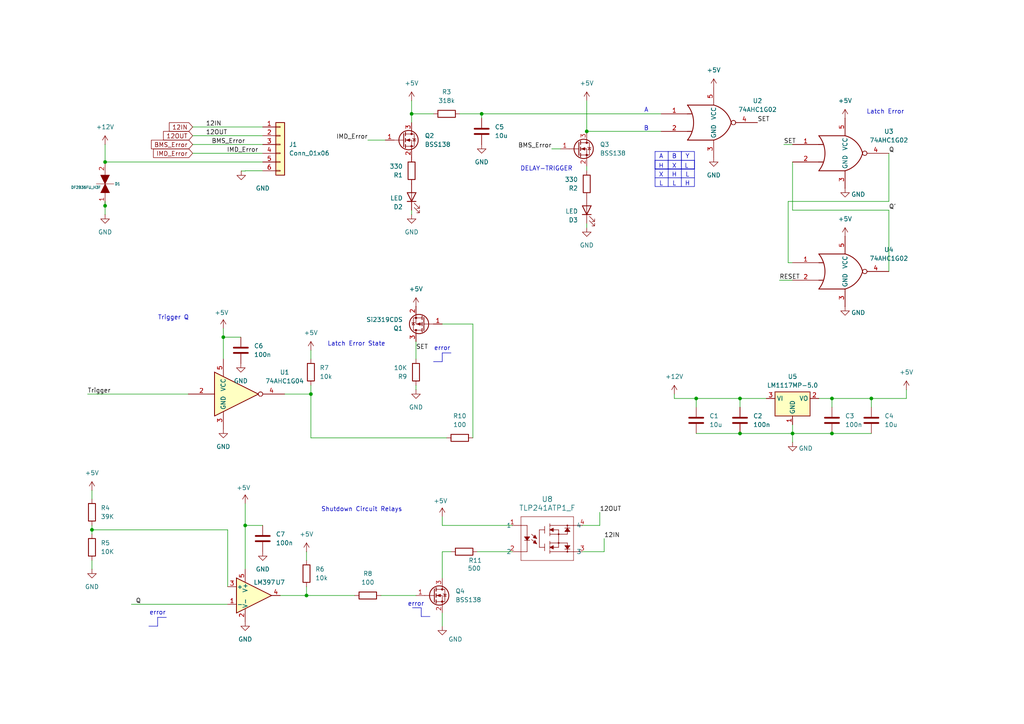
<source format=kicad_sch>
(kicad_sch
	(version 20231120)
	(generator "eeschema")
	(generator_version "8.0")
	(uuid "48538385-75f1-43b6-9e87-cc1af02a2a1f")
	(paper "A4")
	(lib_symbols
		(symbol "74xGxx:74AHC1G02"
			(exclude_from_sim no)
			(in_bom yes)
			(on_board yes)
			(property "Reference" "U"
				(at -2.54 3.81 0)
				(effects
					(font
						(size 1.27 1.27)
					)
				)
			)
			(property "Value" "74AHC1G02"
				(at 0 -3.81 0)
				(effects
					(font
						(size 1.27 1.27)
					)
				)
			)
			(property "Footprint" ""
				(at 0 0 0)
				(effects
					(font
						(size 1.27 1.27)
					)
					(hide yes)
				)
			)
			(property "Datasheet" "http://www.ti.com/lit/sg/scyt129e/scyt129e.pdf"
				(at 0 0 0)
				(effects
					(font
						(size 1.27 1.27)
					)
					(hide yes)
				)
			)
			(property "Description" "Single NOR Gate, Low-Voltage CMOS"
				(at 0 0 0)
				(effects
					(font
						(size 1.27 1.27)
					)
					(hide yes)
				)
			)
			(property "ki_keywords" "Single Gate NOR LVC CMOS"
				(at 0 0 0)
				(effects
					(font
						(size 1.27 1.27)
					)
					(hide yes)
				)
			)
			(property "ki_fp_filters" "SOT* SG-*"
				(at 0 0 0)
				(effects
					(font
						(size 1.27 1.27)
					)
					(hide yes)
				)
			)
			(symbol "74AHC1G02_0_1"
				(arc
					(start -7.62 -5.08)
					(mid -5.838 0)
					(end -7.62 5.08)
					(stroke
						(width 0.254)
						(type default)
					)
					(fill
						(type none)
					)
				)
				(arc
					(start 0 -5.08)
					(mid 3.1986 -3.2054)
					(end 5.08 0)
					(stroke
						(width 0.254)
						(type default)
					)
					(fill
						(type none)
					)
				)
				(polyline
					(pts
						(xy -7.62 -2.54) (xy -6.35 -2.54)
					)
					(stroke
						(width 0.254)
						(type default)
					)
					(fill
						(type background)
					)
				)
				(polyline
					(pts
						(xy -7.62 2.54) (xy -6.35 2.54)
					)
					(stroke
						(width 0.254)
						(type default)
					)
					(fill
						(type background)
					)
				)
				(polyline
					(pts
						(xy 0 -5.08) (xy -7.62 -5.08)
					)
					(stroke
						(width 0.254)
						(type default)
					)
					(fill
						(type background)
					)
				)
				(polyline
					(pts
						(xy 0 5.08) (xy -7.62 5.08)
					)
					(stroke
						(width 0.254)
						(type default)
					)
					(fill
						(type background)
					)
				)
				(arc
					(start 5.08 0)
					(mid 3.2238 3.2304)
					(end 0 5.08)
					(stroke
						(width 0.254)
						(type default)
					)
					(fill
						(type none)
					)
				)
			)
			(symbol "74AHC1G02_1_1"
				(pin input line
					(at -15.24 2.54 0)
					(length 7.62)
					(name "~"
						(effects
							(font
								(size 1.27 1.27)
							)
						)
					)
					(number "1"
						(effects
							(font
								(size 1.27 1.27)
							)
						)
					)
				)
				(pin input line
					(at -15.24 -2.54 0)
					(length 7.62)
					(name "~"
						(effects
							(font
								(size 1.27 1.27)
							)
						)
					)
					(number "2"
						(effects
							(font
								(size 1.27 1.27)
							)
						)
					)
				)
				(pin power_in line
					(at 0 -10.16 90)
					(length 5.08)
					(name "GND"
						(effects
							(font
								(size 1.27 1.27)
							)
						)
					)
					(number "3"
						(effects
							(font
								(size 1.27 1.27)
							)
						)
					)
				)
				(pin output inverted
					(at 12.7 0 180)
					(length 7.62)
					(name "~"
						(effects
							(font
								(size 1.27 1.27)
							)
						)
					)
					(number "4"
						(effects
							(font
								(size 1.27 1.27)
							)
						)
					)
				)
				(pin power_in line
					(at 0 10.16 270)
					(length 5.08)
					(name "VCC"
						(effects
							(font
								(size 1.27 1.27)
							)
						)
					)
					(number "5"
						(effects
							(font
								(size 1.27 1.27)
							)
						)
					)
				)
			)
		)
		(symbol "74xGxx:74AHC1G04"
			(exclude_from_sim no)
			(in_bom yes)
			(on_board yes)
			(property "Reference" "U"
				(at -2.54 3.81 0)
				(effects
					(font
						(size 1.27 1.27)
					)
				)
			)
			(property "Value" "74AHC1G04"
				(at 0 -3.81 0)
				(effects
					(font
						(size 1.27 1.27)
					)
				)
			)
			(property "Footprint" ""
				(at 0 0 0)
				(effects
					(font
						(size 1.27 1.27)
					)
					(hide yes)
				)
			)
			(property "Datasheet" "http://www.ti.com/lit/sg/scyt129e/scyt129e.pdf"
				(at 0 0 0)
				(effects
					(font
						(size 1.27 1.27)
					)
					(hide yes)
				)
			)
			(property "Description" "Single NOT Gate, Low-Voltage CMOS"
				(at 0 0 0)
				(effects
					(font
						(size 1.27 1.27)
					)
					(hide yes)
				)
			)
			(property "ki_keywords" "Single Gate NOT LVC CMOS"
				(at 0 0 0)
				(effects
					(font
						(size 1.27 1.27)
					)
					(hide yes)
				)
			)
			(property "ki_fp_filters" "SOT* SG-*"
				(at 0 0 0)
				(effects
					(font
						(size 1.27 1.27)
					)
					(hide yes)
				)
			)
			(symbol "74AHC1G04_0_1"
				(polyline
					(pts
						(xy -7.62 6.35) (xy -7.62 -6.35) (xy 5.08 0) (xy -7.62 6.35)
					)
					(stroke
						(width 0.254)
						(type default)
					)
					(fill
						(type background)
					)
				)
			)
			(symbol "74AHC1G04_1_1"
				(pin input line
					(at -15.24 0 0)
					(length 7.62)
					(name "~"
						(effects
							(font
								(size 1.27 1.27)
							)
						)
					)
					(number "2"
						(effects
							(font
								(size 1.27 1.27)
							)
						)
					)
				)
				(pin power_in line
					(at -5.08 -10.16 90)
					(length 5.08)
					(name "GND"
						(effects
							(font
								(size 1.27 1.27)
							)
						)
					)
					(number "3"
						(effects
							(font
								(size 1.27 1.27)
							)
						)
					)
				)
				(pin output inverted
					(at 12.7 0 180)
					(length 7.62)
					(name "~"
						(effects
							(font
								(size 1.27 1.27)
							)
						)
					)
					(number "4"
						(effects
							(font
								(size 1.27 1.27)
							)
						)
					)
				)
				(pin power_in line
					(at -5.08 10.16 270)
					(length 5.08)
					(name "VCC"
						(effects
							(font
								(size 1.27 1.27)
							)
						)
					)
					(number "5"
						(effects
							(font
								(size 1.27 1.27)
							)
						)
					)
				)
			)
		)
		(symbol "Comparator:LM397"
			(pin_names
				(offset 0.127)
			)
			(exclude_from_sim no)
			(in_bom yes)
			(on_board yes)
			(property "Reference" "U"
				(at 1.27 5.08 0)
				(effects
					(font
						(size 1.27 1.27)
					)
				)
			)
			(property "Value" "LM397"
				(at 3.81 -5.08 0)
				(effects
					(font
						(size 1.27 1.27)
					)
				)
			)
			(property "Footprint" "Package_TO_SOT_SMD:SOT-23-5"
				(at 1.27 -15.24 0)
				(effects
					(font
						(size 1.27 1.27)
					)
					(hide yes)
				)
			)
			(property "Datasheet" "http://www.ti.com/lit/ds/symlink/lm397.pdf"
				(at 0 5.08 0)
				(effects
					(font
						(size 1.27 1.27)
					)
					(hide yes)
				)
			)
			(property "Description" "Single General-Purpose Voltage Comparator with Open-Collector Output, SOT-23-5"
				(at 0 0 0)
				(effects
					(font
						(size 1.27 1.27)
					)
					(hide yes)
				)
			)
			(property "ki_keywords" "single comparator"
				(at 0 0 0)
				(effects
					(font
						(size 1.27 1.27)
					)
					(hide yes)
				)
			)
			(property "ki_fp_filters" "SOT?23*"
				(at 0 0 0)
				(effects
					(font
						(size 1.27 1.27)
					)
					(hide yes)
				)
			)
			(symbol "LM397_0_1"
				(polyline
					(pts
						(xy -5.08 5.08) (xy 5.08 0) (xy -5.08 -5.08) (xy -5.08 5.08)
					)
					(stroke
						(width 0.254)
						(type default)
					)
					(fill
						(type background)
					)
				)
			)
			(symbol "LM397_1_1"
				(pin input line
					(at -7.62 -2.54 0)
					(length 2.54)
					(name "-"
						(effects
							(font
								(size 1.27 1.27)
							)
						)
					)
					(number "1"
						(effects
							(font
								(size 1.27 1.27)
							)
						)
					)
				)
				(pin power_in line
					(at -2.54 -7.62 90)
					(length 3.81)
					(name "V-"
						(effects
							(font
								(size 1.27 1.27)
							)
						)
					)
					(number "2"
						(effects
							(font
								(size 1.27 1.27)
							)
						)
					)
				)
				(pin input line
					(at -7.62 2.54 0)
					(length 2.54)
					(name "+"
						(effects
							(font
								(size 1.27 1.27)
							)
						)
					)
					(number "3"
						(effects
							(font
								(size 1.27 1.27)
							)
						)
					)
				)
				(pin open_collector line
					(at 7.62 0 180)
					(length 2.54)
					(name "~"
						(effects
							(font
								(size 1.27 1.27)
							)
						)
					)
					(number "4"
						(effects
							(font
								(size 1.27 1.27)
							)
						)
					)
				)
				(pin power_in line
					(at -2.54 7.62 270)
					(length 3.81)
					(name "V+"
						(effects
							(font
								(size 1.27 1.27)
							)
						)
					)
					(number "5"
						(effects
							(font
								(size 1.27 1.27)
							)
						)
					)
				)
			)
		)
		(symbol "Connector_Generic:Conn_01x06"
			(pin_names
				(offset 1.016) hide)
			(exclude_from_sim no)
			(in_bom yes)
			(on_board yes)
			(property "Reference" "J"
				(at 0 7.62 0)
				(effects
					(font
						(size 1.27 1.27)
					)
				)
			)
			(property "Value" "Conn_01x06"
				(at 0 -10.16 0)
				(effects
					(font
						(size 1.27 1.27)
					)
				)
			)
			(property "Footprint" ""
				(at 0 0 0)
				(effects
					(font
						(size 1.27 1.27)
					)
					(hide yes)
				)
			)
			(property "Datasheet" "~"
				(at 0 0 0)
				(effects
					(font
						(size 1.27 1.27)
					)
					(hide yes)
				)
			)
			(property "Description" "Generic connector, single row, 01x06, script generated (kicad-library-utils/schlib/autogen/connector/)"
				(at 0 0 0)
				(effects
					(font
						(size 1.27 1.27)
					)
					(hide yes)
				)
			)
			(property "ki_keywords" "connector"
				(at 0 0 0)
				(effects
					(font
						(size 1.27 1.27)
					)
					(hide yes)
				)
			)
			(property "ki_fp_filters" "Connector*:*_1x??_*"
				(at 0 0 0)
				(effects
					(font
						(size 1.27 1.27)
					)
					(hide yes)
				)
			)
			(symbol "Conn_01x06_1_1"
				(rectangle
					(start -1.27 -7.493)
					(end 0 -7.747)
					(stroke
						(width 0.1524)
						(type default)
					)
					(fill
						(type none)
					)
				)
				(rectangle
					(start -1.27 -4.953)
					(end 0 -5.207)
					(stroke
						(width 0.1524)
						(type default)
					)
					(fill
						(type none)
					)
				)
				(rectangle
					(start -1.27 -2.413)
					(end 0 -2.667)
					(stroke
						(width 0.1524)
						(type default)
					)
					(fill
						(type none)
					)
				)
				(rectangle
					(start -1.27 0.127)
					(end 0 -0.127)
					(stroke
						(width 0.1524)
						(type default)
					)
					(fill
						(type none)
					)
				)
				(rectangle
					(start -1.27 2.667)
					(end 0 2.413)
					(stroke
						(width 0.1524)
						(type default)
					)
					(fill
						(type none)
					)
				)
				(rectangle
					(start -1.27 5.207)
					(end 0 4.953)
					(stroke
						(width 0.1524)
						(type default)
					)
					(fill
						(type none)
					)
				)
				(rectangle
					(start -1.27 6.35)
					(end 1.27 -8.89)
					(stroke
						(width 0.254)
						(type default)
					)
					(fill
						(type background)
					)
				)
				(pin passive line
					(at -5.08 5.08 0)
					(length 3.81)
					(name "Pin_1"
						(effects
							(font
								(size 1.27 1.27)
							)
						)
					)
					(number "1"
						(effects
							(font
								(size 1.27 1.27)
							)
						)
					)
				)
				(pin passive line
					(at -5.08 2.54 0)
					(length 3.81)
					(name "Pin_2"
						(effects
							(font
								(size 1.27 1.27)
							)
						)
					)
					(number "2"
						(effects
							(font
								(size 1.27 1.27)
							)
						)
					)
				)
				(pin passive line
					(at -5.08 0 0)
					(length 3.81)
					(name "Pin_3"
						(effects
							(font
								(size 1.27 1.27)
							)
						)
					)
					(number "3"
						(effects
							(font
								(size 1.27 1.27)
							)
						)
					)
				)
				(pin passive line
					(at -5.08 -2.54 0)
					(length 3.81)
					(name "Pin_4"
						(effects
							(font
								(size 1.27 1.27)
							)
						)
					)
					(number "4"
						(effects
							(font
								(size 1.27 1.27)
							)
						)
					)
				)
				(pin passive line
					(at -5.08 -5.08 0)
					(length 3.81)
					(name "Pin_5"
						(effects
							(font
								(size 1.27 1.27)
							)
						)
					)
					(number "5"
						(effects
							(font
								(size 1.27 1.27)
							)
						)
					)
				)
				(pin passive line
					(at -5.08 -7.62 0)
					(length 3.81)
					(name "Pin_6"
						(effects
							(font
								(size 1.27 1.27)
							)
						)
					)
					(number "6"
						(effects
							(font
								(size 1.27 1.27)
							)
						)
					)
				)
			)
		)
		(symbol "DF2B36FU-H3F:DF2B36FU_H3F"
			(pin_names
				(offset 0.254)
			)
			(exclude_from_sim no)
			(in_bom yes)
			(on_board yes)
			(property "Reference" "D2"
				(at 21.59 -4.318 90)
				(effects
					(font
						(size 1.524 1.524)
					)
					(justify right)
				)
			)
			(property "Value" "DF2B36FU_H3F"
				(at 19.05 -4.064 90)
				(effects
					(font
						(size 1.524 1.524)
					)
					(justify right)
				)
			)
			(property "Footprint" "DF2B36FU-H3F:SOD-323   USC_TOS"
				(at 0.254 8.89 0)
				(effects
					(font
						(size 1.27 1.27)
						(italic yes)
					)
					(hide yes)
				)
			)
			(property "Datasheet" "DF2B36FU_H3F"
				(at -1.016 11.938 0)
				(effects
					(font
						(size 1.27 1.27)
						(italic yes)
					)
					(hide yes)
				)
			)
			(property "Description" ""
				(at 0 0 0)
				(effects
					(font
						(size 1.27 1.27)
					)
					(hide yes)
				)
			)
			(property "ki_locked" ""
				(at 0 0 0)
				(effects
					(font
						(size 1.27 1.27)
					)
				)
			)
			(property "ki_keywords" "DF2B36FU,H3F"
				(at 0 0 0)
				(effects
					(font
						(size 1.27 1.27)
					)
					(hide yes)
				)
			)
			(property "ki_fp_filters" "SOD-323 USC_TOS"
				(at 0 0 0)
				(effects
					(font
						(size 1.27 1.27)
					)
					(hide yes)
				)
			)
			(symbol "DF2B36FU_H3F_0_1"
				(polyline
					(pts
						(xy 17.78 -1.27) (xy 20.32 0)
					)
					(stroke
						(width 0.127)
						(type default)
					)
					(fill
						(type none)
					)
				)
				(polyline
					(pts
						(xy 17.78 1.27) (xy 17.78 -1.27)
					)
					(stroke
						(width 0.127)
						(type default)
					)
					(fill
						(type none)
					)
				)
				(polyline
					(pts
						(xy 20.32 0) (xy 17.78 1.27)
					)
					(stroke
						(width 0.127)
						(type default)
					)
					(fill
						(type none)
					)
				)
				(polyline
					(pts
						(xy 20.32 0) (xy 22.86 -1.27)
					)
					(stroke
						(width 0.127)
						(type default)
					)
					(fill
						(type none)
					)
				)
				(polyline
					(pts
						(xy 20.32 0) (xy 22.86 1.27)
					)
					(stroke
						(width 0.127)
						(type default)
					)
					(fill
						(type none)
					)
				)
				(polyline
					(pts
						(xy 20.32 2.54) (xy 20.32 -2.54)
					)
					(stroke
						(width 0.127)
						(type default)
					)
					(fill
						(type none)
					)
				)
				(polyline
					(pts
						(xy 22.86 -1.27) (xy 22.86 1.27)
					)
					(stroke
						(width 0.127)
						(type default)
					)
					(fill
						(type none)
					)
				)
				(polyline
					(pts
						(xy 17.78 1.27) (xy 17.78 -1.27) (xy 20.32 0)
					)
					(stroke
						(width 0)
						(type default)
					)
					(fill
						(type outline)
					)
				)
				(polyline
					(pts
						(xy 20.32 0) (xy 22.86 1.27) (xy 22.86 -1.27)
					)
					(stroke
						(width 0)
						(type default)
					)
					(fill
						(type outline)
					)
				)
			)
			(symbol "DF2B36FU_H3F_1_1"
				(pin unspecified line
					(at 13.97 0 0)
					(length 3.81)
					(name "1"
						(effects
							(font
								(size 0 0)
							)
						)
					)
					(number "1"
						(effects
							(font
								(size 1.27 1.27)
							)
						)
					)
				)
				(pin unspecified line
					(at 26.67 0 180)
					(length 3.81)
					(name "2"
						(effects
							(font
								(size 0 0)
							)
						)
					)
					(number "2"
						(effects
							(font
								(size 1.27 1.27)
							)
						)
					)
				)
			)
		)
		(symbol "Device:C"
			(pin_numbers hide)
			(pin_names
				(offset 0.254)
			)
			(exclude_from_sim no)
			(in_bom yes)
			(on_board yes)
			(property "Reference" "C"
				(at 0.635 2.54 0)
				(effects
					(font
						(size 1.27 1.27)
					)
					(justify left)
				)
			)
			(property "Value" "C"
				(at 0.635 -2.54 0)
				(effects
					(font
						(size 1.27 1.27)
					)
					(justify left)
				)
			)
			(property "Footprint" ""
				(at 0.9652 -3.81 0)
				(effects
					(font
						(size 1.27 1.27)
					)
					(hide yes)
				)
			)
			(property "Datasheet" "~"
				(at 0 0 0)
				(effects
					(font
						(size 1.27 1.27)
					)
					(hide yes)
				)
			)
			(property "Description" "Unpolarized capacitor"
				(at 0 0 0)
				(effects
					(font
						(size 1.27 1.27)
					)
					(hide yes)
				)
			)
			(property "ki_keywords" "cap capacitor"
				(at 0 0 0)
				(effects
					(font
						(size 1.27 1.27)
					)
					(hide yes)
				)
			)
			(property "ki_fp_filters" "C_*"
				(at 0 0 0)
				(effects
					(font
						(size 1.27 1.27)
					)
					(hide yes)
				)
			)
			(symbol "C_0_1"
				(polyline
					(pts
						(xy -2.032 -0.762) (xy 2.032 -0.762)
					)
					(stroke
						(width 0.508)
						(type default)
					)
					(fill
						(type none)
					)
				)
				(polyline
					(pts
						(xy -2.032 0.762) (xy 2.032 0.762)
					)
					(stroke
						(width 0.508)
						(type default)
					)
					(fill
						(type none)
					)
				)
			)
			(symbol "C_1_1"
				(pin passive line
					(at 0 3.81 270)
					(length 2.794)
					(name "~"
						(effects
							(font
								(size 1.27 1.27)
							)
						)
					)
					(number "1"
						(effects
							(font
								(size 1.27 1.27)
							)
						)
					)
				)
				(pin passive line
					(at 0 -3.81 90)
					(length 2.794)
					(name "~"
						(effects
							(font
								(size 1.27 1.27)
							)
						)
					)
					(number "2"
						(effects
							(font
								(size 1.27 1.27)
							)
						)
					)
				)
			)
		)
		(symbol "Device:LED"
			(pin_numbers hide)
			(pin_names
				(offset 1.016) hide)
			(exclude_from_sim no)
			(in_bom yes)
			(on_board yes)
			(property "Reference" "D"
				(at 0 2.54 0)
				(effects
					(font
						(size 1.27 1.27)
					)
				)
			)
			(property "Value" "LED"
				(at 0 -2.54 0)
				(effects
					(font
						(size 1.27 1.27)
					)
				)
			)
			(property "Footprint" ""
				(at 0 0 0)
				(effects
					(font
						(size 1.27 1.27)
					)
					(hide yes)
				)
			)
			(property "Datasheet" "~"
				(at 0 0 0)
				(effects
					(font
						(size 1.27 1.27)
					)
					(hide yes)
				)
			)
			(property "Description" "Light emitting diode"
				(at 0 0 0)
				(effects
					(font
						(size 1.27 1.27)
					)
					(hide yes)
				)
			)
			(property "ki_keywords" "LED diode"
				(at 0 0 0)
				(effects
					(font
						(size 1.27 1.27)
					)
					(hide yes)
				)
			)
			(property "ki_fp_filters" "LED* LED_SMD:* LED_THT:*"
				(at 0 0 0)
				(effects
					(font
						(size 1.27 1.27)
					)
					(hide yes)
				)
			)
			(symbol "LED_0_1"
				(polyline
					(pts
						(xy -1.27 -1.27) (xy -1.27 1.27)
					)
					(stroke
						(width 0.254)
						(type default)
					)
					(fill
						(type none)
					)
				)
				(polyline
					(pts
						(xy -1.27 0) (xy 1.27 0)
					)
					(stroke
						(width 0)
						(type default)
					)
					(fill
						(type none)
					)
				)
				(polyline
					(pts
						(xy 1.27 -1.27) (xy 1.27 1.27) (xy -1.27 0) (xy 1.27 -1.27)
					)
					(stroke
						(width 0.254)
						(type default)
					)
					(fill
						(type none)
					)
				)
				(polyline
					(pts
						(xy -3.048 -0.762) (xy -4.572 -2.286) (xy -3.81 -2.286) (xy -4.572 -2.286) (xy -4.572 -1.524)
					)
					(stroke
						(width 0)
						(type default)
					)
					(fill
						(type none)
					)
				)
				(polyline
					(pts
						(xy -1.778 -0.762) (xy -3.302 -2.286) (xy -2.54 -2.286) (xy -3.302 -2.286) (xy -3.302 -1.524)
					)
					(stroke
						(width 0)
						(type default)
					)
					(fill
						(type none)
					)
				)
			)
			(symbol "LED_1_1"
				(pin passive line
					(at -3.81 0 0)
					(length 2.54)
					(name "K"
						(effects
							(font
								(size 1.27 1.27)
							)
						)
					)
					(number "1"
						(effects
							(font
								(size 1.27 1.27)
							)
						)
					)
				)
				(pin passive line
					(at 3.81 0 180)
					(length 2.54)
					(name "A"
						(effects
							(font
								(size 1.27 1.27)
							)
						)
					)
					(number "2"
						(effects
							(font
								(size 1.27 1.27)
							)
						)
					)
				)
			)
		)
		(symbol "Device:R"
			(pin_numbers hide)
			(pin_names
				(offset 0)
			)
			(exclude_from_sim no)
			(in_bom yes)
			(on_board yes)
			(property "Reference" "R"
				(at 2.032 0 90)
				(effects
					(font
						(size 1.27 1.27)
					)
				)
			)
			(property "Value" "R"
				(at 0 0 90)
				(effects
					(font
						(size 1.27 1.27)
					)
				)
			)
			(property "Footprint" ""
				(at -1.778 0 90)
				(effects
					(font
						(size 1.27 1.27)
					)
					(hide yes)
				)
			)
			(property "Datasheet" "~"
				(at 0 0 0)
				(effects
					(font
						(size 1.27 1.27)
					)
					(hide yes)
				)
			)
			(property "Description" "Resistor"
				(at 0 0 0)
				(effects
					(font
						(size 1.27 1.27)
					)
					(hide yes)
				)
			)
			(property "ki_keywords" "R res resistor"
				(at 0 0 0)
				(effects
					(font
						(size 1.27 1.27)
					)
					(hide yes)
				)
			)
			(property "ki_fp_filters" "R_*"
				(at 0 0 0)
				(effects
					(font
						(size 1.27 1.27)
					)
					(hide yes)
				)
			)
			(symbol "R_0_1"
				(rectangle
					(start -1.016 -2.54)
					(end 1.016 2.54)
					(stroke
						(width 0.254)
						(type default)
					)
					(fill
						(type none)
					)
				)
			)
			(symbol "R_1_1"
				(pin passive line
					(at 0 3.81 270)
					(length 1.27)
					(name "~"
						(effects
							(font
								(size 1.27 1.27)
							)
						)
					)
					(number "1"
						(effects
							(font
								(size 1.27 1.27)
							)
						)
					)
				)
				(pin passive line
					(at 0 -3.81 90)
					(length 1.27)
					(name "~"
						(effects
							(font
								(size 1.27 1.27)
							)
						)
					)
					(number "2"
						(effects
							(font
								(size 1.27 1.27)
							)
						)
					)
				)
			)
		)
		(symbol "Regulator_Linear:LM1117MP-5.0"
			(exclude_from_sim no)
			(in_bom yes)
			(on_board yes)
			(property "Reference" "U"
				(at -3.81 3.175 0)
				(effects
					(font
						(size 1.27 1.27)
					)
				)
			)
			(property "Value" "LM1117MP-5.0"
				(at 0 3.175 0)
				(effects
					(font
						(size 1.27 1.27)
					)
					(justify left)
				)
			)
			(property "Footprint" "Package_TO_SOT_SMD:SOT-223-3_TabPin2"
				(at 0 0 0)
				(effects
					(font
						(size 1.27 1.27)
					)
					(hide yes)
				)
			)
			(property "Datasheet" "http://www.ti.com/lit/ds/symlink/lm1117.pdf"
				(at 0 0 0)
				(effects
					(font
						(size 1.27 1.27)
					)
					(hide yes)
				)
			)
			(property "Description" "800mA Low-Dropout Linear Regulator, 5.0V fixed output, SOT-223"
				(at 0 0 0)
				(effects
					(font
						(size 1.27 1.27)
					)
					(hide yes)
				)
			)
			(property "ki_keywords" "linear regulator ldo fixed positive"
				(at 0 0 0)
				(effects
					(font
						(size 1.27 1.27)
					)
					(hide yes)
				)
			)
			(property "ki_fp_filters" "SOT?223*"
				(at 0 0 0)
				(effects
					(font
						(size 1.27 1.27)
					)
					(hide yes)
				)
			)
			(symbol "LM1117MP-5.0_0_1"
				(rectangle
					(start -5.08 -5.08)
					(end 5.08 1.905)
					(stroke
						(width 0.254)
						(type default)
					)
					(fill
						(type background)
					)
				)
			)
			(symbol "LM1117MP-5.0_1_1"
				(pin power_in line
					(at 0 -7.62 90)
					(length 2.54)
					(name "GND"
						(effects
							(font
								(size 1.27 1.27)
							)
						)
					)
					(number "1"
						(effects
							(font
								(size 1.27 1.27)
							)
						)
					)
				)
				(pin power_out line
					(at 7.62 0 180)
					(length 2.54)
					(name "VO"
						(effects
							(font
								(size 1.27 1.27)
							)
						)
					)
					(number "2"
						(effects
							(font
								(size 1.27 1.27)
							)
						)
					)
				)
				(pin power_in line
					(at -7.62 0 0)
					(length 2.54)
					(name "VI"
						(effects
							(font
								(size 1.27 1.27)
							)
						)
					)
					(number "3"
						(effects
							(font
								(size 1.27 1.27)
							)
						)
					)
				)
			)
		)
		(symbol "TLP241A:TLP241ATP1_F"
			(pin_names
				(offset 0.254)
			)
			(exclude_from_sim no)
			(in_bom yes)
			(on_board yes)
			(property "Reference" "U"
				(at 0 0 0)
				(effects
					(font
						(size 1.524 1.524)
					)
				)
			)
			(property "Value" "TLP241ATP1_F"
				(at 0 0 0)
				(effects
					(font
						(size 1.524 1.524)
					)
				)
			)
			(property "Footprint" "11-5B201S_TOS"
				(at 0 0 0)
				(effects
					(font
						(size 1.27 1.27)
						(italic yes)
					)
					(hide yes)
				)
			)
			(property "Datasheet" "TLP241ATP1_F"
				(at 0 0 0)
				(effects
					(font
						(size 1.27 1.27)
						(italic yes)
					)
					(hide yes)
				)
			)
			(property "Description" ""
				(at 0 0 0)
				(effects
					(font
						(size 1.27 1.27)
					)
					(hide yes)
				)
			)
			(property "ki_locked" ""
				(at 0 0 0)
				(effects
					(font
						(size 1.27 1.27)
					)
				)
			)
			(property "ki_keywords" "TLP241A(TP1,F"
				(at 0 0 0)
				(effects
					(font
						(size 1.27 1.27)
					)
					(hide yes)
				)
			)
			(property "ki_fp_filters" "11-5B201S_TOS 11-5B201S_TOS-M 11-5B201S_TOS-L"
				(at 0 0 0)
				(effects
					(font
						(size 1.27 1.27)
					)
					(hide yes)
				)
			)
			(symbol "TLP241ATP1_F_0_1"
				(polyline
					(pts
						(xy -2.54 -10.16) (xy 0 -10.16)
					)
					(stroke
						(width 0)
						(type default)
					)
					(fill
						(type none)
					)
				)
				(polyline
					(pts
						(xy -2.54 -2.54) (xy 0 -2.54)
					)
					(stroke
						(width 0)
						(type default)
					)
					(fill
						(type none)
					)
				)
				(polyline
					(pts
						(xy 0 -12.7) (xy 0 0)
					)
					(stroke
						(width 0.127)
						(type default)
					)
					(fill
						(type none)
					)
				)
				(polyline
					(pts
						(xy 0 0) (xy 15.24 0)
					)
					(stroke
						(width 0.127)
						(type default)
					)
					(fill
						(type none)
					)
				)
				(polyline
					(pts
						(xy 1.016 -6.858) (xy 2.54 -6.858)
					)
					(stroke
						(width 0)
						(type default)
					)
					(fill
						(type none)
					)
				)
				(polyline
					(pts
						(xy 1.778 -10.16) (xy 0 -10.16)
					)
					(stroke
						(width 0)
						(type default)
					)
					(fill
						(type none)
					)
				)
				(polyline
					(pts
						(xy 1.778 -10.16) (xy 1.778 -6.858)
					)
					(stroke
						(width 0)
						(type default)
					)
					(fill
						(type none)
					)
				)
				(polyline
					(pts
						(xy 1.778 -2.54) (xy 0 -2.54)
					)
					(stroke
						(width 0)
						(type default)
					)
					(fill
						(type none)
					)
				)
				(polyline
					(pts
						(xy 1.778 -2.54) (xy 1.778 -5.842)
					)
					(stroke
						(width 0)
						(type default)
					)
					(fill
						(type none)
					)
				)
				(polyline
					(pts
						(xy 4.572 -7.874) (xy 3.048 -6.604)
					)
					(stroke
						(width 0)
						(type default)
					)
					(fill
						(type none)
					)
				)
				(polyline
					(pts
						(xy 4.572 -6.35) (xy 3.048 -5.08)
					)
					(stroke
						(width 0)
						(type default)
					)
					(fill
						(type none)
					)
				)
				(polyline
					(pts
						(xy 5.334 -3.81) (xy 5.334 -8.89)
					)
					(stroke
						(width 0)
						(type default)
					)
					(fill
						(type none)
					)
				)
				(polyline
					(pts
						(xy 6.858 -8.89) (xy 5.334 -8.89)
					)
					(stroke
						(width 0)
						(type default)
					)
					(fill
						(type none)
					)
				)
				(polyline
					(pts
						(xy 6.858 -7.874) (xy 6.858 -9.906)
					)
					(stroke
						(width 0)
						(type default)
					)
					(fill
						(type none)
					)
				)
				(polyline
					(pts
						(xy 6.858 -3.81) (xy 5.334 -3.81)
					)
					(stroke
						(width 0)
						(type default)
					)
					(fill
						(type none)
					)
				)
				(polyline
					(pts
						(xy 6.858 -2.794) (xy 6.858 -4.826)
					)
					(stroke
						(width 0)
						(type default)
					)
					(fill
						(type none)
					)
				)
				(polyline
					(pts
						(xy 8.382 -10.16) (xy 15.24 -10.16)
					)
					(stroke
						(width 0)
						(type default)
					)
					(fill
						(type none)
					)
				)
				(polyline
					(pts
						(xy 8.382 -9.652) (xy 8.382 -10.668)
					)
					(stroke
						(width 0)
						(type default)
					)
					(fill
						(type none)
					)
				)
				(polyline
					(pts
						(xy 8.382 -8.382) (xy 8.382 -9.398)
					)
					(stroke
						(width 0)
						(type default)
					)
					(fill
						(type none)
					)
				)
				(polyline
					(pts
						(xy 8.382 -7.62) (xy 13.462 -7.62)
					)
					(stroke
						(width 0)
						(type default)
					)
					(fill
						(type none)
					)
				)
				(polyline
					(pts
						(xy 8.382 -7.112) (xy 8.382 -8.128)
					)
					(stroke
						(width 0)
						(type default)
					)
					(fill
						(type none)
					)
				)
				(polyline
					(pts
						(xy 8.382 -5.08) (xy 13.462 -5.08)
					)
					(stroke
						(width 0)
						(type default)
					)
					(fill
						(type none)
					)
				)
				(polyline
					(pts
						(xy 8.382 -4.572) (xy 8.382 -5.588)
					)
					(stroke
						(width 0)
						(type default)
					)
					(fill
						(type none)
					)
				)
				(polyline
					(pts
						(xy 8.382 -3.302) (xy 8.382 -4.318)
					)
					(stroke
						(width 0)
						(type default)
					)
					(fill
						(type none)
					)
				)
				(polyline
					(pts
						(xy 8.382 -2.54) (xy 15.24 -2.54)
					)
					(stroke
						(width 0)
						(type default)
					)
					(fill
						(type none)
					)
				)
				(polyline
					(pts
						(xy 8.382 -2.032) (xy 8.382 -3.048)
					)
					(stroke
						(width 0)
						(type default)
					)
					(fill
						(type none)
					)
				)
				(polyline
					(pts
						(xy 9.398 -8.89) (xy 10.922 -8.89)
					)
					(stroke
						(width 0)
						(type default)
					)
					(fill
						(type none)
					)
				)
				(polyline
					(pts
						(xy 9.398 -3.81) (xy 10.922 -3.81)
					)
					(stroke
						(width 0)
						(type default)
					)
					(fill
						(type none)
					)
				)
				(polyline
					(pts
						(xy 10.922 -3.81) (xy 10.922 -8.89)
					)
					(stroke
						(width 0)
						(type default)
					)
					(fill
						(type none)
					)
				)
				(polyline
					(pts
						(xy 12.7 -9.398) (xy 14.224 -9.398)
					)
					(stroke
						(width 0)
						(type default)
					)
					(fill
						(type none)
					)
				)
				(polyline
					(pts
						(xy 12.7 -3.302) (xy 14.224 -3.302)
					)
					(stroke
						(width 0)
						(type default)
					)
					(fill
						(type none)
					)
				)
				(polyline
					(pts
						(xy 13.462 -9.398) (xy 13.462 -10.16)
					)
					(stroke
						(width 0)
						(type default)
					)
					(fill
						(type none)
					)
				)
				(polyline
					(pts
						(xy 13.462 -7.62) (xy 13.462 -8.382)
					)
					(stroke
						(width 0)
						(type default)
					)
					(fill
						(type none)
					)
				)
				(polyline
					(pts
						(xy 13.462 -4.318) (xy 13.462 -5.08)
					)
					(stroke
						(width 0)
						(type default)
					)
					(fill
						(type none)
					)
				)
				(polyline
					(pts
						(xy 13.462 -2.54) (xy 13.462 -3.302)
					)
					(stroke
						(width 0)
						(type default)
					)
					(fill
						(type none)
					)
				)
				(polyline
					(pts
						(xy 15.24 -12.7) (xy 0 -12.7)
					)
					(stroke
						(width 0.127)
						(type default)
					)
					(fill
						(type none)
					)
				)
				(polyline
					(pts
						(xy 15.24 0) (xy 15.24 -12.7)
					)
					(stroke
						(width 0.127)
						(type default)
					)
					(fill
						(type none)
					)
				)
				(polyline
					(pts
						(xy 17.78 -10.16) (xy 15.24 -10.16)
					)
					(stroke
						(width 0)
						(type default)
					)
					(fill
						(type none)
					)
				)
				(polyline
					(pts
						(xy 17.78 -2.54) (xy 15.24 -2.54)
					)
					(stroke
						(width 0)
						(type default)
					)
					(fill
						(type none)
					)
				)
				(polyline
					(pts
						(xy 1.016 -5.842) (xy 1.016 -5.842) (xy 2.54 -5.842) (xy 1.778 -6.858) (xy 1.016 -5.842)
					)
					(stroke
						(width 0)
						(type default)
					)
					(fill
						(type outline)
					)
				)
				(polyline
					(pts
						(xy 4.572 -7.874) (xy 4.572 -7.874) (xy 4.064 -6.858) (xy 3.556 -7.62) (xy 4.572 -7.874)
					)
					(stroke
						(width 0)
						(type default)
					)
					(fill
						(type outline)
					)
				)
				(polyline
					(pts
						(xy 4.572 -6.35) (xy 4.572 -6.35) (xy 4.064 -5.334) (xy 3.556 -6.096) (xy 4.572 -6.35)
					)
					(stroke
						(width 0)
						(type default)
					)
					(fill
						(type outline)
					)
				)
				(polyline
					(pts
						(xy 8.382 -8.89) (xy 8.382 -8.89) (xy 9.398 -8.382) (xy 9.398 -9.398) (xy 8.382 -8.89)
					)
					(stroke
						(width 0)
						(type default)
					)
					(fill
						(type outline)
					)
				)
				(polyline
					(pts
						(xy 8.382 -3.81) (xy 8.382 -3.81) (xy 9.398 -3.302) (xy 9.398 -4.318) (xy 8.382 -3.81)
					)
					(stroke
						(width 0)
						(type default)
					)
					(fill
						(type outline)
					)
				)
				(polyline
					(pts
						(xy 12.7 -8.382) (xy 12.7 -8.382) (xy 14.224 -8.382) (xy 13.462 -9.398) (xy 12.7 -8.382)
					)
					(stroke
						(width 0)
						(type default)
					)
					(fill
						(type outline)
					)
				)
				(polyline
					(pts
						(xy 13.462 -3.302) (xy 13.462 -3.302) (xy 12.7 -4.318) (xy 14.224 -4.318) (xy 13.462 -3.302)
					)
					(stroke
						(width 0)
						(type default)
					)
					(fill
						(type outline)
					)
				)
				(circle
					(center 10.922 -7.62)
					(radius 0.127)
					(stroke
						(width 0.254)
						(type default)
					)
					(fill
						(type none)
					)
				)
				(circle
					(center 10.922 -5.08)
					(radius 0.127)
					(stroke
						(width 0.254)
						(type default)
					)
					(fill
						(type none)
					)
				)
				(circle
					(center 13.462 -10.16)
					(radius 0.127)
					(stroke
						(width 0.254)
						(type default)
					)
					(fill
						(type none)
					)
				)
				(circle
					(center 13.462 -2.54)
					(radius 0.127)
					(stroke
						(width 0.254)
						(type default)
					)
					(fill
						(type none)
					)
				)
				(pin unspecified line
					(at -2.5146 -2.54 180)
					(length 0.0254)
					(name "1"
						(effects
							(font
								(size 1.27 1.27)
							)
						)
					)
					(number "1"
						(effects
							(font
								(size 1.27 1.27)
							)
						)
					)
				)
				(pin unspecified line
					(at -2.5146 -10.16 180)
					(length 0.0254)
					(name "2"
						(effects
							(font
								(size 1.27 1.27)
							)
						)
					)
					(number "2"
						(effects
							(font
								(size 1.27 1.27)
							)
						)
					)
				)
				(pin unspecified line
					(at 17.8054 -10.16 180)
					(length 0.0254)
					(name "3"
						(effects
							(font
								(size 1.27 1.27)
							)
						)
					)
					(number "3"
						(effects
							(font
								(size 1.27 1.27)
							)
						)
					)
				)
				(pin unspecified line
					(at 17.8054 -2.54 180)
					(length 0.0254)
					(name "4"
						(effects
							(font
								(size 1.27 1.27)
							)
						)
					)
					(number "4"
						(effects
							(font
								(size 1.27 1.27)
							)
						)
					)
				)
			)
		)
		(symbol "Transistor_FET:BSS138"
			(pin_names hide)
			(exclude_from_sim no)
			(in_bom yes)
			(on_board yes)
			(property "Reference" "Q"
				(at 5.08 1.905 0)
				(effects
					(font
						(size 1.27 1.27)
					)
					(justify left)
				)
			)
			(property "Value" "BSS138"
				(at 5.08 0 0)
				(effects
					(font
						(size 1.27 1.27)
					)
					(justify left)
				)
			)
			(property "Footprint" "Package_TO_SOT_SMD:SOT-23"
				(at 5.08 -1.905 0)
				(effects
					(font
						(size 1.27 1.27)
						(italic yes)
					)
					(justify left)
					(hide yes)
				)
			)
			(property "Datasheet" "https://www.onsemi.com/pub/Collateral/BSS138-D.PDF"
				(at 5.08 -3.81 0)
				(effects
					(font
						(size 1.27 1.27)
					)
					(justify left)
					(hide yes)
				)
			)
			(property "Description" "50V Vds, 0.22A Id, N-Channel MOSFET, SOT-23"
				(at 0 0 0)
				(effects
					(font
						(size 1.27 1.27)
					)
					(hide yes)
				)
			)
			(property "ki_keywords" "N-Channel MOSFET"
				(at 0 0 0)
				(effects
					(font
						(size 1.27 1.27)
					)
					(hide yes)
				)
			)
			(property "ki_fp_filters" "SOT?23*"
				(at 0 0 0)
				(effects
					(font
						(size 1.27 1.27)
					)
					(hide yes)
				)
			)
			(symbol "BSS138_0_1"
				(polyline
					(pts
						(xy 0.254 0) (xy -2.54 0)
					)
					(stroke
						(width 0)
						(type default)
					)
					(fill
						(type none)
					)
				)
				(polyline
					(pts
						(xy 0.254 1.905) (xy 0.254 -1.905)
					)
					(stroke
						(width 0.254)
						(type default)
					)
					(fill
						(type none)
					)
				)
				(polyline
					(pts
						(xy 0.762 -1.27) (xy 0.762 -2.286)
					)
					(stroke
						(width 0.254)
						(type default)
					)
					(fill
						(type none)
					)
				)
				(polyline
					(pts
						(xy 0.762 0.508) (xy 0.762 -0.508)
					)
					(stroke
						(width 0.254)
						(type default)
					)
					(fill
						(type none)
					)
				)
				(polyline
					(pts
						(xy 0.762 2.286) (xy 0.762 1.27)
					)
					(stroke
						(width 0.254)
						(type default)
					)
					(fill
						(type none)
					)
				)
				(polyline
					(pts
						(xy 2.54 2.54) (xy 2.54 1.778)
					)
					(stroke
						(width 0)
						(type default)
					)
					(fill
						(type none)
					)
				)
				(polyline
					(pts
						(xy 2.54 -2.54) (xy 2.54 0) (xy 0.762 0)
					)
					(stroke
						(width 0)
						(type default)
					)
					(fill
						(type none)
					)
				)
				(polyline
					(pts
						(xy 0.762 -1.778) (xy 3.302 -1.778) (xy 3.302 1.778) (xy 0.762 1.778)
					)
					(stroke
						(width 0)
						(type default)
					)
					(fill
						(type none)
					)
				)
				(polyline
					(pts
						(xy 1.016 0) (xy 2.032 0.381) (xy 2.032 -0.381) (xy 1.016 0)
					)
					(stroke
						(width 0)
						(type default)
					)
					(fill
						(type outline)
					)
				)
				(polyline
					(pts
						(xy 2.794 0.508) (xy 2.921 0.381) (xy 3.683 0.381) (xy 3.81 0.254)
					)
					(stroke
						(width 0)
						(type default)
					)
					(fill
						(type none)
					)
				)
				(polyline
					(pts
						(xy 3.302 0.381) (xy 2.921 -0.254) (xy 3.683 -0.254) (xy 3.302 0.381)
					)
					(stroke
						(width 0)
						(type default)
					)
					(fill
						(type none)
					)
				)
				(circle
					(center 1.651 0)
					(radius 2.794)
					(stroke
						(width 0.254)
						(type default)
					)
					(fill
						(type none)
					)
				)
				(circle
					(center 2.54 -1.778)
					(radius 0.254)
					(stroke
						(width 0)
						(type default)
					)
					(fill
						(type outline)
					)
				)
				(circle
					(center 2.54 1.778)
					(radius 0.254)
					(stroke
						(width 0)
						(type default)
					)
					(fill
						(type outline)
					)
				)
			)
			(symbol "BSS138_1_1"
				(pin input line
					(at -5.08 0 0)
					(length 2.54)
					(name "G"
						(effects
							(font
								(size 1.27 1.27)
							)
						)
					)
					(number "1"
						(effects
							(font
								(size 1.27 1.27)
							)
						)
					)
				)
				(pin passive line
					(at 2.54 -5.08 90)
					(length 2.54)
					(name "S"
						(effects
							(font
								(size 1.27 1.27)
							)
						)
					)
					(number "2"
						(effects
							(font
								(size 1.27 1.27)
							)
						)
					)
				)
				(pin passive line
					(at 2.54 5.08 270)
					(length 2.54)
					(name "D"
						(effects
							(font
								(size 1.27 1.27)
							)
						)
					)
					(number "3"
						(effects
							(font
								(size 1.27 1.27)
							)
						)
					)
				)
			)
		)
		(symbol "Transistor_FET:Si2319CDS"
			(pin_names hide)
			(exclude_from_sim no)
			(in_bom yes)
			(on_board yes)
			(property "Reference" "Q"
				(at 5.08 1.905 0)
				(effects
					(font
						(size 1.27 1.27)
					)
					(justify left)
				)
			)
			(property "Value" "Si2319CDS"
				(at 5.08 0 0)
				(effects
					(font
						(size 1.27 1.27)
					)
					(justify left)
				)
			)
			(property "Footprint" "Package_TO_SOT_SMD:SOT-23"
				(at 5.08 -1.905 0)
				(effects
					(font
						(size 1.27 1.27)
						(italic yes)
					)
					(justify left)
					(hide yes)
				)
			)
			(property "Datasheet" "http://www.vishay.com/docs/66709/si2319cd.pdf"
				(at 5.08 -3.81 0)
				(effects
					(font
						(size 1.27 1.27)
					)
					(justify left)
					(hide yes)
				)
			)
			(property "Description" "-4.4A Id, -40V Vds, P-Channel MOSFET, SOT-23"
				(at 0 0 0)
				(effects
					(font
						(size 1.27 1.27)
					)
					(hide yes)
				)
			)
			(property "ki_keywords" "P-Channel MOSFET"
				(at 0 0 0)
				(effects
					(font
						(size 1.27 1.27)
					)
					(hide yes)
				)
			)
			(property "ki_fp_filters" "SOT?23*"
				(at 0 0 0)
				(effects
					(font
						(size 1.27 1.27)
					)
					(hide yes)
				)
			)
			(symbol "Si2319CDS_0_1"
				(polyline
					(pts
						(xy 0.254 0) (xy -2.54 0)
					)
					(stroke
						(width 0)
						(type default)
					)
					(fill
						(type none)
					)
				)
				(polyline
					(pts
						(xy 0.254 1.905) (xy 0.254 -1.905)
					)
					(stroke
						(width 0.254)
						(type default)
					)
					(fill
						(type none)
					)
				)
				(polyline
					(pts
						(xy 0.762 -1.27) (xy 0.762 -2.286)
					)
					(stroke
						(width 0.254)
						(type default)
					)
					(fill
						(type none)
					)
				)
				(polyline
					(pts
						(xy 0.762 0.508) (xy 0.762 -0.508)
					)
					(stroke
						(width 0.254)
						(type default)
					)
					(fill
						(type none)
					)
				)
				(polyline
					(pts
						(xy 0.762 2.286) (xy 0.762 1.27)
					)
					(stroke
						(width 0.254)
						(type default)
					)
					(fill
						(type none)
					)
				)
				(polyline
					(pts
						(xy 2.54 2.54) (xy 2.54 1.778)
					)
					(stroke
						(width 0)
						(type default)
					)
					(fill
						(type none)
					)
				)
				(polyline
					(pts
						(xy 2.54 -2.54) (xy 2.54 0) (xy 0.762 0)
					)
					(stroke
						(width 0)
						(type default)
					)
					(fill
						(type none)
					)
				)
				(polyline
					(pts
						(xy 0.762 1.778) (xy 3.302 1.778) (xy 3.302 -1.778) (xy 0.762 -1.778)
					)
					(stroke
						(width 0)
						(type default)
					)
					(fill
						(type none)
					)
				)
				(polyline
					(pts
						(xy 2.286 0) (xy 1.27 0.381) (xy 1.27 -0.381) (xy 2.286 0)
					)
					(stroke
						(width 0)
						(type default)
					)
					(fill
						(type outline)
					)
				)
				(polyline
					(pts
						(xy 2.794 -0.508) (xy 2.921 -0.381) (xy 3.683 -0.381) (xy 3.81 -0.254)
					)
					(stroke
						(width 0)
						(type default)
					)
					(fill
						(type none)
					)
				)
				(polyline
					(pts
						(xy 3.302 -0.381) (xy 2.921 0.254) (xy 3.683 0.254) (xy 3.302 -0.381)
					)
					(stroke
						(width 0)
						(type default)
					)
					(fill
						(type none)
					)
				)
				(circle
					(center 1.651 0)
					(radius 2.794)
					(stroke
						(width 0.254)
						(type default)
					)
					(fill
						(type none)
					)
				)
				(circle
					(center 2.54 -1.778)
					(radius 0.254)
					(stroke
						(width 0)
						(type default)
					)
					(fill
						(type outline)
					)
				)
				(circle
					(center 2.54 1.778)
					(radius 0.254)
					(stroke
						(width 0)
						(type default)
					)
					(fill
						(type outline)
					)
				)
			)
			(symbol "Si2319CDS_1_1"
				(pin input line
					(at -5.08 0 0)
					(length 2.54)
					(name "G"
						(effects
							(font
								(size 1.27 1.27)
							)
						)
					)
					(number "1"
						(effects
							(font
								(size 1.27 1.27)
							)
						)
					)
				)
				(pin passive line
					(at 2.54 -5.08 90)
					(length 2.54)
					(name "S"
						(effects
							(font
								(size 1.27 1.27)
							)
						)
					)
					(number "2"
						(effects
							(font
								(size 1.27 1.27)
							)
						)
					)
				)
				(pin passive line
					(at 2.54 5.08 270)
					(length 2.54)
					(name "D"
						(effects
							(font
								(size 1.27 1.27)
							)
						)
					)
					(number "3"
						(effects
							(font
								(size 1.27 1.27)
							)
						)
					)
				)
			)
		)
		(symbol "power:+12V"
			(power)
			(pin_numbers hide)
			(pin_names
				(offset 0) hide)
			(exclude_from_sim no)
			(in_bom yes)
			(on_board yes)
			(property "Reference" "#PWR"
				(at 0 -3.81 0)
				(effects
					(font
						(size 1.27 1.27)
					)
					(hide yes)
				)
			)
			(property "Value" "+12V"
				(at 0 3.556 0)
				(effects
					(font
						(size 1.27 1.27)
					)
				)
			)
			(property "Footprint" ""
				(at 0 0 0)
				(effects
					(font
						(size 1.27 1.27)
					)
					(hide yes)
				)
			)
			(property "Datasheet" ""
				(at 0 0 0)
				(effects
					(font
						(size 1.27 1.27)
					)
					(hide yes)
				)
			)
			(property "Description" "Power symbol creates a global label with name \"+12V\""
				(at 0 0 0)
				(effects
					(font
						(size 1.27 1.27)
					)
					(hide yes)
				)
			)
			(property "ki_keywords" "global power"
				(at 0 0 0)
				(effects
					(font
						(size 1.27 1.27)
					)
					(hide yes)
				)
			)
			(symbol "+12V_0_1"
				(polyline
					(pts
						(xy -0.762 1.27) (xy 0 2.54)
					)
					(stroke
						(width 0)
						(type default)
					)
					(fill
						(type none)
					)
				)
				(polyline
					(pts
						(xy 0 0) (xy 0 2.54)
					)
					(stroke
						(width 0)
						(type default)
					)
					(fill
						(type none)
					)
				)
				(polyline
					(pts
						(xy 0 2.54) (xy 0.762 1.27)
					)
					(stroke
						(width 0)
						(type default)
					)
					(fill
						(type none)
					)
				)
			)
			(symbol "+12V_1_1"
				(pin power_in line
					(at 0 0 90)
					(length 0)
					(name "~"
						(effects
							(font
								(size 1.27 1.27)
							)
						)
					)
					(number "1"
						(effects
							(font
								(size 1.27 1.27)
							)
						)
					)
				)
			)
		)
		(symbol "power:+5V"
			(power)
			(pin_numbers hide)
			(pin_names
				(offset 0) hide)
			(exclude_from_sim no)
			(in_bom yes)
			(on_board yes)
			(property "Reference" "#PWR"
				(at 0 -3.81 0)
				(effects
					(font
						(size 1.27 1.27)
					)
					(hide yes)
				)
			)
			(property "Value" "+5V"
				(at 0 3.556 0)
				(effects
					(font
						(size 1.27 1.27)
					)
				)
			)
			(property "Footprint" ""
				(at 0 0 0)
				(effects
					(font
						(size 1.27 1.27)
					)
					(hide yes)
				)
			)
			(property "Datasheet" ""
				(at 0 0 0)
				(effects
					(font
						(size 1.27 1.27)
					)
					(hide yes)
				)
			)
			(property "Description" "Power symbol creates a global label with name \"+5V\""
				(at 0 0 0)
				(effects
					(font
						(size 1.27 1.27)
					)
					(hide yes)
				)
			)
			(property "ki_keywords" "global power"
				(at 0 0 0)
				(effects
					(font
						(size 1.27 1.27)
					)
					(hide yes)
				)
			)
			(symbol "+5V_0_1"
				(polyline
					(pts
						(xy -0.762 1.27) (xy 0 2.54)
					)
					(stroke
						(width 0)
						(type default)
					)
					(fill
						(type none)
					)
				)
				(polyline
					(pts
						(xy 0 0) (xy 0 2.54)
					)
					(stroke
						(width 0)
						(type default)
					)
					(fill
						(type none)
					)
				)
				(polyline
					(pts
						(xy 0 2.54) (xy 0.762 1.27)
					)
					(stroke
						(width 0)
						(type default)
					)
					(fill
						(type none)
					)
				)
			)
			(symbol "+5V_1_1"
				(pin power_in line
					(at 0 0 90)
					(length 0)
					(name "~"
						(effects
							(font
								(size 1.27 1.27)
							)
						)
					)
					(number "1"
						(effects
							(font
								(size 1.27 1.27)
							)
						)
					)
				)
			)
		)
		(symbol "power:GND"
			(power)
			(pin_numbers hide)
			(pin_names
				(offset 0) hide)
			(exclude_from_sim no)
			(in_bom yes)
			(on_board yes)
			(property "Reference" "#PWR"
				(at 0 -6.35 0)
				(effects
					(font
						(size 1.27 1.27)
					)
					(hide yes)
				)
			)
			(property "Value" "GND"
				(at 0 -3.81 0)
				(effects
					(font
						(size 1.27 1.27)
					)
				)
			)
			(property "Footprint" ""
				(at 0 0 0)
				(effects
					(font
						(size 1.27 1.27)
					)
					(hide yes)
				)
			)
			(property "Datasheet" ""
				(at 0 0 0)
				(effects
					(font
						(size 1.27 1.27)
					)
					(hide yes)
				)
			)
			(property "Description" "Power symbol creates a global label with name \"GND\" , ground"
				(at 0 0 0)
				(effects
					(font
						(size 1.27 1.27)
					)
					(hide yes)
				)
			)
			(property "ki_keywords" "global power"
				(at 0 0 0)
				(effects
					(font
						(size 1.27 1.27)
					)
					(hide yes)
				)
			)
			(symbol "GND_0_1"
				(polyline
					(pts
						(xy 0 0) (xy 0 -1.27) (xy 1.27 -1.27) (xy 0 -2.54) (xy -1.27 -1.27) (xy 0 -1.27)
					)
					(stroke
						(width 0)
						(type default)
					)
					(fill
						(type none)
					)
				)
			)
			(symbol "GND_1_1"
				(pin power_in line
					(at 0 0 270)
					(length 0)
					(name "~"
						(effects
							(font
								(size 1.27 1.27)
							)
						)
					)
					(number "1"
						(effects
							(font
								(size 1.27 1.27)
							)
						)
					)
				)
			)
		)
	)
	(junction
		(at 71.12 152.4)
		(diameter 0)
		(color 0 0 0 0)
		(uuid "084789bd-8a38-4cab-93a6-318b683fa407")
	)
	(junction
		(at 252.73 115.57)
		(diameter 0)
		(color 0 0 0 0)
		(uuid "0cdbe095-4e58-42fa-9e1b-34b6fee0ef4f")
	)
	(junction
		(at 90.17 114.3)
		(diameter 0)
		(color 0 0 0 0)
		(uuid "0ee29049-f5fe-4c0a-8387-511f09fbdff4")
	)
	(junction
		(at 241.3 125.73)
		(diameter 0)
		(color 0 0 0 0)
		(uuid "1ba2e85e-ae3d-43d3-a426-8383767ebded")
	)
	(junction
		(at 139.7 33.02)
		(diameter 0)
		(color 0 0 0 0)
		(uuid "1c0d40e4-302c-4ee6-a3ed-22deb2d3e541")
	)
	(junction
		(at 64.77 97.79)
		(diameter 0)
		(color 0 0 0 0)
		(uuid "252ba837-b700-4453-aa1b-08d118cca8cb")
	)
	(junction
		(at 214.63 125.73)
		(diameter 0)
		(color 0 0 0 0)
		(uuid "2b48805e-bf96-4c49-995f-8158977e0119")
	)
	(junction
		(at 229.87 125.73)
		(diameter 0)
		(color 0 0 0 0)
		(uuid "2f560ca8-b951-4051-98d1-61737a0323f9")
	)
	(junction
		(at 26.67 153.67)
		(diameter 0)
		(color 0 0 0 0)
		(uuid "2f6f914d-dafa-4a98-954a-428b68fcef30")
	)
	(junction
		(at 30.48 59.69)
		(diameter 0)
		(color 0 0 0 0)
		(uuid "4af9ca18-1005-475d-bb99-fb3621d3a443")
	)
	(junction
		(at 241.3 115.57)
		(diameter 0)
		(color 0 0 0 0)
		(uuid "7427026e-9311-4676-a690-f6e0d1a61ebe")
	)
	(junction
		(at 119.38 33.02)
		(diameter 0)
		(color 0 0 0 0)
		(uuid "86e806bb-3023-4ac8-ad84-dce5f28d2bac")
	)
	(junction
		(at 201.93 115.57)
		(diameter 0)
		(color 0 0 0 0)
		(uuid "9025d790-7f3d-4944-ad31-21f2165a5f13")
	)
	(junction
		(at 170.18 38.1)
		(diameter 0)
		(color 0 0 0 0)
		(uuid "9d75554b-4d87-4981-8c32-8e668053102a")
	)
	(junction
		(at 88.9 172.72)
		(diameter 0)
		(color 0 0 0 0)
		(uuid "b65f336c-9278-44c2-9b12-95458790d0db")
	)
	(junction
		(at 30.48 46.99)
		(diameter 0)
		(color 0 0 0 0)
		(uuid "c3fbc81e-15a1-4bd6-9732-bb70fdd54bd7")
	)
	(junction
		(at 214.63 115.57)
		(diameter 0)
		(color 0 0 0 0)
		(uuid "f80b531f-c3a3-48d0-a9ee-92db1c578377")
	)
	(wire
		(pts
			(xy 128.27 152.4) (xy 148.59 152.4)
		)
		(stroke
			(width 0)
			(type default)
		)
		(uuid "003f3908-b7bd-4657-82dc-141e864ff56f")
	)
	(wire
		(pts
			(xy 30.48 46.99) (xy 76.2 46.99)
		)
		(stroke
			(width 0)
			(type default)
		)
		(uuid "02c75ac9-9596-407a-897c-e86ac1f63070")
	)
	(wire
		(pts
			(xy 55.88 39.37) (xy 76.2 39.37)
		)
		(stroke
			(width 0)
			(type default)
		)
		(uuid "06cd30e5-7602-442e-bb67-f9a0ca236023")
	)
	(wire
		(pts
			(xy 30.48 59.69) (xy 30.48 62.23)
		)
		(stroke
			(width 0)
			(type default)
		)
		(uuid "0d0c2a19-6154-4590-8a1c-370af2720188")
	)
	(wire
		(pts
			(xy 81.28 172.72) (xy 88.9 172.72)
		)
		(stroke
			(width 0)
			(type default)
		)
		(uuid "0e239bd6-f0b9-42a3-bbcb-d4e1b0041738")
	)
	(wire
		(pts
			(xy 228.6 58.42) (xy 228.6 76.2)
		)
		(stroke
			(width 0)
			(type default)
		)
		(uuid "12037e48-ca9c-4d10-8936-dad9a6da72a0")
	)
	(wire
		(pts
			(xy 55.88 36.83) (xy 76.2 36.83)
		)
		(stroke
			(width 0)
			(type default)
		)
		(uuid "16a8c891-e1ce-4811-8ab3-0c2b61c9d8ce")
	)
	(wire
		(pts
			(xy 170.18 29.21) (xy 170.18 38.1)
		)
		(stroke
			(width 0)
			(type default)
		)
		(uuid "17530f46-1036-48f3-bb45-4ed538147745")
	)
	(wire
		(pts
			(xy 229.87 123.19) (xy 229.87 125.73)
		)
		(stroke
			(width 0)
			(type default)
		)
		(uuid "188553f3-15b3-4797-a909-357c027945cf")
	)
	(wire
		(pts
			(xy 241.3 115.57) (xy 241.3 118.11)
		)
		(stroke
			(width 0)
			(type default)
		)
		(uuid "1ac7b3de-818a-4d5d-84c2-e962dcd8a98d")
	)
	(wire
		(pts
			(xy 71.12 49.53) (xy 71.12 49.595)
		)
		(stroke
			(width 0)
			(type default)
		)
		(uuid "1b7ce5aa-c92b-4e02-b525-729c06b5cd49")
	)
	(wire
		(pts
			(xy 64.77 97.79) (xy 64.77 104.14)
		)
		(stroke
			(width 0)
			(type default)
		)
		(uuid "20742ba4-1dcf-4501-8047-b40f56ac7d0f")
	)
	(wire
		(pts
			(xy 139.7 33.02) (xy 139.7 34.29)
		)
		(stroke
			(width 0)
			(type default)
		)
		(uuid "28bc5f3b-19f5-4d1f-b681-06b4a5a33a2e")
	)
	(wire
		(pts
			(xy 160.02 43.18) (xy 162.56 43.18)
		)
		(stroke
			(width 0)
			(type default)
		)
		(uuid "2a2c950c-ab3d-4e6e-809b-5d096d085a6a")
	)
	(wire
		(pts
			(xy 26.67 153.67) (xy 26.67 154.94)
		)
		(stroke
			(width 0)
			(type default)
		)
		(uuid "2f7f53e4-e49c-41a9-918b-ee9936832532")
	)
	(wire
		(pts
			(xy 138.43 160.02) (xy 148.59 160.02)
		)
		(stroke
			(width 0)
			(type default)
		)
		(uuid "2f89bf75-4282-4f47-b250-fe39b6c457b3")
	)
	(wire
		(pts
			(xy 76.2 49.53) (xy 71.12 49.53)
		)
		(stroke
			(width 0)
			(type default)
		)
		(uuid "3083c9ee-f7c1-4147-a4b8-1e7cf3af5bea")
	)
	(wire
		(pts
			(xy 88.9 170.18) (xy 88.9 172.72)
		)
		(stroke
			(width 0)
			(type default)
		)
		(uuid "32339c9d-40c0-45b9-9763-4ff1613e3296")
	)
	(wire
		(pts
			(xy 64.77 95.25) (xy 64.77 97.79)
		)
		(stroke
			(width 0)
			(type default)
		)
		(uuid "356a90e7-6a86-483e-958d-e3bd8ac8d7fa")
	)
	(wire
		(pts
			(xy 226.06 81.28) (xy 229.87 81.28)
		)
		(stroke
			(width 0)
			(type default)
		)
		(uuid "3b233035-d15b-42be-9197-ea06d9ee1770")
	)
	(wire
		(pts
			(xy 228.6 76.2) (xy 229.87 76.2)
		)
		(stroke
			(width 0)
			(type default)
		)
		(uuid "3ce79e18-b4f8-40fe-aa8c-7a59cc7621a4")
	)
	(wire
		(pts
			(xy 71.12 49.595) (xy 69.9666 49.595)
		)
		(stroke
			(width 0)
			(type default)
		)
		(uuid "3ff7a917-9fa3-4283-8e1b-b191aa0f0d00")
	)
	(wire
		(pts
			(xy 139.7 33.02) (xy 191.77 33.02)
		)
		(stroke
			(width 0)
			(type default)
		)
		(uuid "40243aed-7bc2-4732-996c-e6ea5362e1ed")
	)
	(wire
		(pts
			(xy 241.3 115.57) (xy 252.73 115.57)
		)
		(stroke
			(width 0)
			(type default)
		)
		(uuid "41a43772-0724-4c1b-9737-659e59f8f23a")
	)
	(wire
		(pts
			(xy 120.65 99.06) (xy 120.65 104.14)
		)
		(stroke
			(width 0)
			(type default)
		)
		(uuid "42f1b74c-a928-42fa-b50b-d7b06a5d6899")
	)
	(wire
		(pts
			(xy 119.38 29.21) (xy 119.38 33.02)
		)
		(stroke
			(width 0)
			(type default)
		)
		(uuid "45ea8783-963c-41d3-8b63-0296ad1e1027")
	)
	(wire
		(pts
			(xy 119.38 60.96) (xy 119.38 62.23)
		)
		(stroke
			(width 0)
			(type default)
		)
		(uuid "4a60486a-aaa2-4490-89db-9816e01f86a7")
	)
	(wire
		(pts
			(xy 26.67 142.24) (xy 26.67 144.78)
		)
		(stroke
			(width 0)
			(type default)
		)
		(uuid "4c82788a-3851-45ea-a467-5535441e45dd")
	)
	(wire
		(pts
			(xy 229.87 60.96) (xy 229.87 46.99)
		)
		(stroke
			(width 0)
			(type default)
		)
		(uuid "51c30eca-1346-48b4-b5cf-e4d0189d25ed")
	)
	(wire
		(pts
			(xy 195.58 115.57) (xy 201.93 115.57)
		)
		(stroke
			(width 0)
			(type default)
		)
		(uuid "522d1b5d-02e2-4221-bb21-bc06d88f14ba")
	)
	(wire
		(pts
			(xy 257.81 58.42) (xy 228.6 58.42)
		)
		(stroke
			(width 0)
			(type default)
		)
		(uuid "52e04224-edfc-49bf-807c-1c08d1f920aa")
	)
	(wire
		(pts
			(xy 252.73 115.57) (xy 262.89 115.57)
		)
		(stroke
			(width 0)
			(type default)
		)
		(uuid "54741194-40aa-49c4-b1ae-fe7e2b1cb327")
	)
	(wire
		(pts
			(xy 26.67 153.67) (xy 66.04 153.67)
		)
		(stroke
			(width 0)
			(type default)
		)
		(uuid "55b9ee5f-f001-42b7-8704-b79cb71a1289")
	)
	(wire
		(pts
			(xy 88.9 160.02) (xy 88.9 162.56)
		)
		(stroke
			(width 0)
			(type default)
		)
		(uuid "58d5f09e-67fb-44b7-9376-c70f40985cb5")
	)
	(wire
		(pts
			(xy 55.88 44.45) (xy 76.2 44.45)
		)
		(stroke
			(width 0)
			(type default)
		)
		(uuid "59642211-3a16-479f-b90f-89e65f144e57")
	)
	(wire
		(pts
			(xy 26.67 162.56) (xy 26.67 165.1)
		)
		(stroke
			(width 0)
			(type default)
		)
		(uuid "618b2e61-3898-4006-a895-66e07d3bcb56")
	)
	(wire
		(pts
			(xy 175.2346 160.02) (xy 175.2346 156.21)
		)
		(stroke
			(width 0)
			(type default)
		)
		(uuid "636b80ba-56c1-4905-bfce-9ca958ec3209")
	)
	(wire
		(pts
			(xy 38.1 175.26) (xy 66.04 175.26)
		)
		(stroke
			(width 0)
			(type default)
		)
		(uuid "648a95ee-2e92-441d-b968-87fa7662937a")
	)
	(wire
		(pts
			(xy 128.27 177.8) (xy 128.27 181.61)
		)
		(stroke
			(width 0)
			(type default)
		)
		(uuid "695fe602-36e9-4f5c-856d-ff08b7c25f7b")
	)
	(wire
		(pts
			(xy 71.12 152.4) (xy 71.12 165.1)
		)
		(stroke
			(width 0)
			(type default)
		)
		(uuid "6bd6d00b-a9ba-4fb7-af79-4d54f91d5dab")
	)
	(wire
		(pts
			(xy 110.49 172.72) (xy 120.65 172.72)
		)
		(stroke
			(width 0)
			(type default)
		)
		(uuid "6c099a76-154c-46a0-9a05-315d7579ee99")
	)
	(wire
		(pts
			(xy 214.63 115.57) (xy 222.25 115.57)
		)
		(stroke
			(width 0)
			(type default)
		)
		(uuid "6c992d9e-d69a-497c-a6a4-4556b4775b28")
	)
	(wire
		(pts
			(xy 128.27 149.86) (xy 128.27 152.4)
		)
		(stroke
			(width 0)
			(type default)
		)
		(uuid "6eb77e69-47c2-4360-932f-5d5f268bf9df")
	)
	(wire
		(pts
			(xy 25.4 114.3) (xy 54.61 114.3)
		)
		(stroke
			(width 0)
			(type default)
		)
		(uuid "6f819909-112b-4c8f-9d62-3c6c3b8f5c4b")
	)
	(wire
		(pts
			(xy 120.65 111.76) (xy 120.65 113.03)
		)
		(stroke
			(width 0)
			(type default)
		)
		(uuid "734869dd-2c96-407d-b61c-5e5f63dc4ed1")
	)
	(wire
		(pts
			(xy 82.55 114.3) (xy 90.17 114.3)
		)
		(stroke
			(width 0)
			(type default)
		)
		(uuid "746db574-63a1-413f-b62a-df536ed41a75")
	)
	(wire
		(pts
			(xy 55.88 41.91) (xy 76.2 41.91)
		)
		(stroke
			(width 0)
			(type default)
		)
		(uuid "7b4a90aa-8f18-4662-9706-77871364ab2e")
	)
	(wire
		(pts
			(xy 106.68 40.64) (xy 111.76 40.64)
		)
		(stroke
			(width 0)
			(type default)
		)
		(uuid "7d0d0969-1ac5-4017-9424-ef465bbe8c28")
	)
	(wire
		(pts
			(xy 237.49 115.57) (xy 241.3 115.57)
		)
		(stroke
			(width 0)
			(type default)
		)
		(uuid "81c1a34f-a9b9-4af0-8e07-d5aba058a201")
	)
	(wire
		(pts
			(xy 262.89 113.03) (xy 262.89 115.57)
		)
		(stroke
			(width 0)
			(type default)
		)
		(uuid "85e384bc-aca1-47c4-8711-ec5f9fc8b333")
	)
	(wire
		(pts
			(xy 76.2 152.4) (xy 71.12 152.4)
		)
		(stroke
			(width 0)
			(type default)
		)
		(uuid "877d232b-be01-4771-a617-fcad5144db64")
	)
	(wire
		(pts
			(xy 129.54 127) (xy 90.17 127)
		)
		(stroke
			(width 0)
			(type default)
		)
		(uuid "8d54723a-6ad9-495c-9886-965c79fcb850")
	)
	(wire
		(pts
			(xy 241.3 125.73) (xy 252.73 125.73)
		)
		(stroke
			(width 0)
			(type default)
		)
		(uuid "8e1e3ef1-7fc6-406f-8b2e-f602b7ac577e")
	)
	(wire
		(pts
			(xy 173.9646 152.4) (xy 173.9646 148.59)
		)
		(stroke
			(width 0)
			(type default)
		)
		(uuid "91f3093e-cfb3-4242-8895-6eb52a438ad7")
	)
	(wire
		(pts
			(xy 90.17 111.76) (xy 90.17 114.3)
		)
		(stroke
			(width 0)
			(type default)
		)
		(uuid "930b8fef-5b7e-4a7e-9a48-3897c054908b")
	)
	(wire
		(pts
			(xy 88.9 172.72) (xy 102.87 172.72)
		)
		(stroke
			(width 0)
			(type default)
		)
		(uuid "9d77b563-5ee4-42d5-836c-a705554dc658")
	)
	(wire
		(pts
			(xy 257.81 44.45) (xy 257.81 58.42)
		)
		(stroke
			(width 0)
			(type default)
		)
		(uuid "a3208d9e-5e12-4c77-aca3-7be7f36791aa")
	)
	(wire
		(pts
			(xy 66.04 153.67) (xy 66.04 170.18)
		)
		(stroke
			(width 0)
			(type default)
		)
		(uuid "ab39d2da-33b3-479e-b521-6a596599e4f8")
	)
	(wire
		(pts
			(xy 168.91 160.02) (xy 175.2346 160.02)
		)
		(stroke
			(width 0)
			(type default)
		)
		(uuid "ab70b496-7120-4b45-af78-94a73c9e7169")
	)
	(wire
		(pts
			(xy 69.85 97.79) (xy 64.77 97.79)
		)
		(stroke
			(width 0)
			(type default)
		)
		(uuid "b199fd83-a0c4-4e44-b967-8c91ab2fe962")
	)
	(wire
		(pts
			(xy 90.17 101.6) (xy 90.17 104.14)
		)
		(stroke
			(width 0)
			(type default)
		)
		(uuid "b27e6619-8b35-4a95-9540-e22afac45580")
	)
	(wire
		(pts
			(xy 133.35 33.02) (xy 139.7 33.02)
		)
		(stroke
			(width 0)
			(type default)
		)
		(uuid "b3757d03-c616-4c1a-971d-0b73611bfa4a")
	)
	(wire
		(pts
			(xy 214.63 125.73) (xy 229.87 125.73)
		)
		(stroke
			(width 0)
			(type default)
		)
		(uuid "be38f954-25ad-4956-8f0c-32d726ceee68")
	)
	(wire
		(pts
			(xy 201.93 115.57) (xy 201.93 118.11)
		)
		(stroke
			(width 0)
			(type default)
		)
		(uuid "c54b5297-9246-4a20-ab9f-21685a05e5a5")
	)
	(wire
		(pts
			(xy 128.27 160.02) (xy 130.81 160.02)
		)
		(stroke
			(width 0)
			(type default)
		)
		(uuid "c5a63856-9c7e-4b0a-af66-1d9ec54d2219")
	)
	(wire
		(pts
			(xy 257.81 60.96) (xy 229.87 60.96)
		)
		(stroke
			(width 0)
			(type default)
		)
		(uuid "c6254434-0893-47d4-adec-03fc2a8d6579")
	)
	(wire
		(pts
			(xy 201.93 115.57) (xy 214.63 115.57)
		)
		(stroke
			(width 0)
			(type default)
		)
		(uuid "c6c524d9-71a3-4323-b047-fdac58a0aa54")
	)
	(wire
		(pts
			(xy 170.18 64.77) (xy 170.18 66.04)
		)
		(stroke
			(width 0)
			(type default)
		)
		(uuid "ca56a0db-cd0e-48b3-b56b-29c2480fecca")
	)
	(wire
		(pts
			(xy 90.17 127) (xy 90.17 114.3)
		)
		(stroke
			(width 0)
			(type default)
		)
		(uuid "cb04f3d2-2545-4ae7-a368-c154cb79f781")
	)
	(wire
		(pts
			(xy 170.18 49.53) (xy 170.18 48.26)
		)
		(stroke
			(width 0)
			(type default)
		)
		(uuid "ceebe72c-f7b8-4da8-a334-62338eb8d858")
	)
	(wire
		(pts
			(xy 201.93 125.73) (xy 214.63 125.73)
		)
		(stroke
			(width 0)
			(type default)
		)
		(uuid "d04a5fe3-fbd4-4008-aa28-310981194528")
	)
	(wire
		(pts
			(xy 119.38 33.02) (xy 125.73 33.02)
		)
		(stroke
			(width 0)
			(type default)
		)
		(uuid "d0ff182b-77ea-471c-ab4d-378938d7cc56")
	)
	(wire
		(pts
			(xy 170.18 38.1) (xy 191.77 38.1)
		)
		(stroke
			(width 0)
			(type default)
		)
		(uuid "d190e407-6ee4-46d8-bb34-ffbbe2768b3b")
	)
	(wire
		(pts
			(xy 26.67 152.4) (xy 26.67 153.67)
		)
		(stroke
			(width 0)
			(type default)
		)
		(uuid "d703575b-b8f3-4595-88f4-e72d2a64a2ff")
	)
	(wire
		(pts
			(xy 30.48 58.42) (xy 30.48 59.69)
		)
		(stroke
			(width 0)
			(type default)
		)
		(uuid "e38c09f9-b2e0-4772-a2c1-dc7249d00804")
	)
	(wire
		(pts
			(xy 214.63 115.57) (xy 214.63 118.11)
		)
		(stroke
			(width 0)
			(type default)
		)
		(uuid "e43bda65-1f36-40f0-aa13-0d81dace6e46")
	)
	(wire
		(pts
			(xy 227.33 41.91) (xy 229.87 41.91)
		)
		(stroke
			(width 0)
			(type default)
		)
		(uuid "e502b244-2fa6-4114-80fa-23da0bf5e7f1")
	)
	(wire
		(pts
			(xy 137.16 127) (xy 137.16 93.98)
		)
		(stroke
			(width 0)
			(type default)
		)
		(uuid "eaca389f-6877-49dd-8d2f-4fba24004df9")
	)
	(wire
		(pts
			(xy 137.16 93.98) (xy 128.27 93.98)
		)
		(stroke
			(width 0)
			(type default)
		)
		(uuid "ec607649-5770-459f-b050-27586518701c")
	)
	(wire
		(pts
			(xy 252.73 115.57) (xy 252.73 118.11)
		)
		(stroke
			(width 0)
			(type default)
		)
		(uuid "ecce4f65-2cab-423f-a5d0-f74df9587fa5")
	)
	(wire
		(pts
			(xy 229.87 125.73) (xy 241.3 125.73)
		)
		(stroke
			(width 0)
			(type default)
		)
		(uuid "eed391b4-265a-4d13-97ec-5efac7fe5911")
	)
	(wire
		(pts
			(xy 71.12 152.4) (xy 71.12 146.05)
		)
		(stroke
			(width 0)
			(type default)
		)
		(uuid "f2954024-3990-4ca4-891e-4ba9163850e7")
	)
	(wire
		(pts
			(xy 30.48 41.91) (xy 30.48 46.99)
		)
		(stroke
			(width 0)
			(type default)
		)
		(uuid "f3d6f017-c902-40f0-9f25-21e22c27dd20")
	)
	(wire
		(pts
			(xy 119.38 33.02) (xy 119.38 35.56)
		)
		(stroke
			(width 0)
			(type default)
		)
		(uuid "f87d449e-8215-4d98-9896-f0ba09c288e9")
	)
	(wire
		(pts
			(xy 168.91 152.4) (xy 173.9646 152.4)
		)
		(stroke
			(width 0)
			(type default)
		)
		(uuid "f95ee69b-219c-4227-98d0-b5de7919ce0e")
	)
	(wire
		(pts
			(xy 128.27 160.02) (xy 128.27 167.64)
		)
		(stroke
			(width 0)
			(type default)
		)
		(uuid "f984771c-6ffc-4c57-b1ee-e0649d534802")
	)
	(wire
		(pts
			(xy 257.81 78.74) (xy 257.81 60.96)
		)
		(stroke
			(width 0)
			(type default)
		)
		(uuid "f9e03ac1-855c-4e9e-ab25-e90701b54485")
	)
	(wire
		(pts
			(xy 195.58 115.57) (xy 195.58 114.3)
		)
		(stroke
			(width 0)
			(type default)
		)
		(uuid "fa928469-2b5f-4877-8159-7be24f1d5985")
	)
	(wire
		(pts
			(xy 229.87 125.73) (xy 229.87 128.27)
		)
		(stroke
			(width 0)
			(type default)
		)
		(uuid "ff797eea-3adc-4ca7-a5a2-1681564d0d38")
	)
	(rectangle
		(start 193.802 46.482)
		(end 197.612 46.482)
		(stroke
			(width 0)
			(type default)
		)
		(fill
			(type none)
		)
		(uuid 2a03b84e-17ae-4bfe-ba60-72264dabc4cc)
	)
	(rectangle
		(start 197.612 43.942)
		(end 197.612 46.482)
		(stroke
			(width 0)
			(type default)
		)
		(fill
			(type none)
		)
		(uuid 3417a65d-99f9-4402-b43d-0160e9947ee8)
	)
	(rectangle
		(start 125.73 104.902)
		(end 128.27 104.902)
		(stroke
			(width 0)
			(type default)
		)
		(fill
			(type none)
		)
		(uuid 37ce9bce-e9f1-41fd-a612-049982cdeaa0)
	)
	(rectangle
		(start 43.18 181.61)
		(end 45.72 181.61)
		(stroke
			(width 0)
			(type default)
		)
		(fill
			(type none)
		)
		(uuid 3c10176f-8337-43e1-ad79-c268535968ba)
	)
	(rectangle
		(start 197.612 49.022)
		(end 197.612 54.102)
		(stroke
			(width 0)
			(type default)
		)
		(fill
			(type none)
		)
		(uuid 3d68b24d-ddde-4325-b3b0-f44b4cfb1afb)
	)
	(rectangle
		(start 189.992 49.022)
		(end 201.422 51.562)
		(stroke
			(width 0)
			(type default)
		)
		(fill
			(type none)
		)
		(uuid 47a2f016-1bd4-4d98-83c2-1a3c0b33d674)
	)
	(rectangle
		(start 189.992 46.482)
		(end 193.802 49.022)
		(stroke
			(width 0)
			(type default)
		)
		(fill
			(type none)
		)
		(uuid 4bc69e86-77ef-46df-a164-53d9f8cbbcb9)
	)
	(rectangle
		(start 45.72 179.07)
		(end 48.26 179.07)
		(stroke
			(width 0)
			(type default)
		)
		(fill
			(type none)
		)
		(uuid 4d94152f-7093-4491-8611-59833690b1a0)
	)
	(rectangle
		(start 197.612 46.482)
		(end 201.422 49.022)
		(stroke
			(width 0)
			(type default)
		)
		(fill
			(type none)
		)
		(uuid 4ebdf9a6-18c2-4cc2-b71e-12214237393e)
	)
	(rectangle
		(start 193.802 43.942)
		(end 197.612 43.942)
		(stroke
			(width 0)
			(type default)
		)
		(fill
			(type none)
		)
		(uuid 5a26f891-6f76-4987-9808-00f019ceaecd)
	)
	(rectangle
		(start 193.802 49.022)
		(end 193.802 54.102)
		(stroke
			(width 0)
			(type default)
		)
		(fill
			(type none)
		)
		(uuid 618b13d2-3ca4-464c-9c65-49a13b7941b8)
	)
	(rectangle
		(start 45.72 179.07)
		(end 45.72 181.61)
		(stroke
			(width 0)
			(type default)
		)
		(fill
			(type none)
		)
		(uuid 6424a320-6642-4fac-8cba-0cd0079dff40)
	)
	(rectangle
		(start 128.27 102.362)
		(end 128.27 104.902)
		(stroke
			(width 0)
			(type default)
		)
		(fill
			(type none)
		)
		(uuid 6e7ddc3a-fb51-4054-af49-58d6a8d1aa30)
	)
	(rectangle
		(start 197.612 46.482)
		(end 201.422 46.482)
		(stroke
			(width 0)
			(type default)
		)
		(fill
			(type none)
		)
		(uuid 79cd3dac-9b86-4d92-ad9f-b73560629c34)
	)
	(rectangle
		(start 193.802 46.482)
		(end 197.612 49.022)
		(stroke
			(width 0)
			(type default)
		)
		(fill
			(type none)
		)
		(uuid 7d6d0889-50d7-434f-a1bc-6ba9816cc3b9)
	)
	(rectangle
		(start 122.174 176.276)
		(end 122.174 178.816)
		(stroke
			(width 0)
			(type default)
		)
		(fill
			(type none)
		)
		(uuid 8c0cb684-9ec2-48f9-aab4-a861ef87eb45)
	)
	(rectangle
		(start 189.992 46.482)
		(end 193.802 46.482)
		(stroke
			(width 0)
			(type default)
		)
		(fill
			(type none)
		)
		(uuid 94684bac-2ab1-4476-8004-d9b6cf49830b)
	)
	(rectangle
		(start 119.634 176.276)
		(end 122.174 176.276)
		(stroke
			(width 0)
			(type default)
		)
		(fill
			(type none)
		)
		(uuid 9641daf7-fb4a-402c-b616-d1fc3f9a6ecc)
	)
	(rectangle
		(start 189.992 43.942)
		(end 193.802 43.942)
		(stroke
			(width 0)
			(type default)
		)
		(fill
			(type none)
		)
		(uuid a6d86e88-a087-40b6-8fad-20cb6a3fcc8b)
	)
	(rectangle
		(start 189.992 51.562)
		(end 201.422 54.102)
		(stroke
			(width 0)
			(type default)
		)
		(fill
			(type none)
		)
		(uuid c820ed32-b8db-4bf0-86cf-3932dc0d08e1)
	)
	(rectangle
		(start 189.992 43.942)
		(end 189.992 46.482)
		(stroke
			(width 0)
			(type default)
		)
		(fill
			(type none)
		)
		(uuid d64d6eaf-2275-4a65-a942-22603b45ce87)
	)
	(rectangle
		(start 197.612 43.942)
		(end 201.422 46.482)
		(stroke
			(width 0)
			(type default)
		)
		(fill
			(type none)
		)
		(uuid dd70ef04-e1a0-483c-b857-71f2679e3c72)
	)
	(rectangle
		(start 193.802 43.942)
		(end 193.802 46.482)
		(stroke
			(width 0)
			(type default)
		)
		(fill
			(type none)
		)
		(uuid e570c8e7-7d2b-447e-9eda-2a518f551ddc)
	)
	(rectangle
		(start 128.27 102.362)
		(end 130.81 102.362)
		(stroke
			(width 0)
			(type default)
		)
		(fill
			(type none)
		)
		(uuid e79c325a-ab88-402b-9ad8-031138e27991)
	)
	(rectangle
		(start 122.174 178.816)
		(end 124.714 178.816)
		(stroke
			(width 0)
			(type default)
		)
		(fill
			(type none)
		)
		(uuid ed99f009-e788-4f48-9cff-6e82a557da58)
	)
	(rectangle
		(start 189.992 46.482)
		(end 201.422 49.022)
		(stroke
			(width 0)
			(type default)
		)
		(fill
			(type none)
		)
		(uuid fe445ef5-5c3b-425b-ba03-f17235f6cc1d)
	)
	(text "Shutdown Circuit Relays\n"
		(exclude_from_sim no)
		(at 104.902 147.828 0)
		(effects
			(font
				(size 1.27 1.27)
			)
		)
		(uuid "0227725e-c8ad-4399-a2a4-da49eed154eb")
	)
	(text "L\n"
		(exclude_from_sim no)
		(at 191.77 53.34 0)
		(effects
			(font
				(size 1.27 1.27)
			)
		)
		(uuid "0f784bdd-db11-42d2-8e0d-2a533e23ebd7")
	)
	(text "B\n"
		(exclude_from_sim no)
		(at 195.58 45.466 0)
		(effects
			(font
				(size 1.27 1.27)
			)
		)
		(uuid "2097f042-67a3-48d6-9638-67ea51db2c1c")
	)
	(text "error\n"
		(exclude_from_sim no)
		(at 128.27 101.092 0)
		(effects
			(font
				(size 1.27 1.27)
			)
		)
		(uuid "27410a1a-eeba-410c-a11a-3efbc85d3cba")
	)
	(text "B\n"
		(exclude_from_sim no)
		(at 187.452 37.338 0)
		(effects
			(font
				(size 1.27 1.27)
			)
		)
		(uuid "297981b1-14e0-4195-b756-cbda39bb67ec")
	)
	(text "error\n"
		(exclude_from_sim no)
		(at 45.72 177.8 0)
		(effects
			(font
				(size 1.27 1.27)
			)
		)
		(uuid "2a64984c-70d9-4194-bbbd-a5970300a0b7")
	)
	(text "H\n"
		(exclude_from_sim no)
		(at 195.58 50.8 0)
		(effects
			(font
				(size 1.27 1.27)
			)
		)
		(uuid "395a64db-02a2-4079-b302-1f2ad9047eaa")
	)
	(text "DELAY-TRIGGER\n"
		(exclude_from_sim no)
		(at 158.496 49.022 0)
		(effects
			(font
				(size 1.27 1.27)
			)
		)
		(uuid "5c519aa6-8ad2-4d68-9f5e-6f56248476a6")
	)
	(text "L\n"
		(exclude_from_sim no)
		(at 195.58 53.34 0)
		(effects
			(font
				(size 1.27 1.27)
			)
		)
		(uuid "707a3080-cfcb-4818-bd96-d8226d1fe4c3")
	)
	(text "L\n"
		(exclude_from_sim no)
		(at 199.136 48.26 0)
		(effects
			(font
				(size 1.27 1.27)
			)
		)
		(uuid "82cd7873-3a2e-455c-a602-afc6b4963d5c")
	)
	(text "H\n"
		(exclude_from_sim no)
		(at 199.39 53.34 0)
		(effects
			(font
				(size 1.27 1.27)
			)
		)
		(uuid "8aa588d8-d388-4f40-954f-5fd0e350646e")
	)
	(text "Trigger Q\n"
		(exclude_from_sim no)
		(at 50.292 92.202 0)
		(effects
			(font
				(size 1.27 1.27)
			)
		)
		(uuid "93cca532-ec70-4416-8d87-b56b93e0e115")
	)
	(text "Y\n"
		(exclude_from_sim no)
		(at 199.39 45.466 0)
		(effects
			(font
				(size 1.27 1.27)
			)
		)
		(uuid "9bbd3ac1-633e-4c61-9803-b7710a192515")
	)
	(text "Latch Error State\n"
		(exclude_from_sim no)
		(at 103.378 99.822 0)
		(effects
			(font
				(size 1.27 1.27)
			)
		)
		(uuid "ab558a83-b156-46a9-888a-8d3e0720630f")
	)
	(text "error\n"
		(exclude_from_sim no)
		(at 120.65 175.26 0)
		(effects
			(font
				(size 1.27 1.27)
			)
		)
		(uuid "b55ada56-4e76-4cfa-a159-4df3dd245a13")
	)
	(text "A"
		(exclude_from_sim no)
		(at 191.77 45.466 0)
		(effects
			(font
				(size 1.27 1.27)
			)
		)
		(uuid "b5aa3ecf-8171-4459-ae84-77364f2ae828")
	)
	(text "A"
		(exclude_from_sim no)
		(at 187.452 32.004 0)
		(effects
			(font
				(size 1.27 1.27)
			)
		)
		(uuid "ba9854b2-3dd1-43ba-bf78-2952ba1dde6a")
	)
	(text "X\n"
		(exclude_from_sim no)
		(at 191.77 50.8 0)
		(effects
			(font
				(size 1.27 1.27)
			)
		)
		(uuid "be8de09b-04fd-4339-acbb-efaeb49e644c")
	)
	(text "L\n"
		(exclude_from_sim no)
		(at 199.39 50.8 0)
		(effects
			(font
				(size 1.27 1.27)
			)
		)
		(uuid "c7c565ae-e88c-40a4-9240-90413142bb8d")
	)
	(text "X\n"
		(exclude_from_sim no)
		(at 195.58 48.26 0)
		(effects
			(font
				(size 1.27 1.27)
			)
		)
		(uuid "df91d085-ad9c-4932-b383-d2ea41c19a78")
	)
	(text "Latch Error\n"
		(exclude_from_sim no)
		(at 256.794 32.512 0)
		(effects
			(font
				(size 1.27 1.27)
			)
		)
		(uuid "f74012fe-a463-498e-bb51-4506ecf31930")
	)
	(text "H\n"
		(exclude_from_sim no)
		(at 191.77 48.26 0)
		(effects
			(font
				(size 1.27 1.27)
			)
		)
		(uuid "f9dc79b4-afde-419d-a85d-a6187f2eaef3")
	)
	(label "12OUT"
		(at 173.9646 148.59 0)
		(effects
			(font
				(size 1.27 1.27)
			)
			(justify left bottom)
		)
		(uuid "13ab93e9-b702-4e64-8658-9d3c6d622f39")
	)
	(label "Q'"
		(at 257.81 60.96 0)
		(effects
			(font
				(size 1.27 1.27)
			)
			(justify left bottom)
		)
		(uuid "30cf219b-c961-4e06-bdab-a54654d536f2")
	)
	(label "12IN"
		(at 59.69 36.83 0)
		(effects
			(font
				(size 1.27 1.27)
			)
			(justify left bottom)
		)
		(uuid "38d63710-cdc7-4fce-ab20-ca22394afb6d")
	)
	(label "BMS_Error"
		(at 71.12 41.91 180)
		(effects
			(font
				(size 1.27 1.27)
			)
			(justify right bottom)
		)
		(uuid "446ae248-7607-4eb4-b261-4fed373fe8da")
	)
	(label "SET"
		(at 219.71 35.56 0)
		(effects
			(font
				(size 1.27 1.27)
			)
			(justify left bottom)
		)
		(uuid "44eae70f-5b3e-48ec-afe4-a1fa6f876ea2")
	)
	(label "Q"
		(at 257.81 44.45 0)
		(effects
			(font
				(size 1.27 1.27)
			)
			(justify left bottom)
		)
		(uuid "531db74f-4c42-4be3-8f0b-fd3ea0bd1e40")
	)
	(label "IMD_Error"
		(at 74.93 44.45 180)
		(effects
			(font
				(size 1.27 1.27)
			)
			(justify right bottom)
		)
		(uuid "5ad10854-a0b0-40cd-8635-20afa17cb458")
	)
	(label "BMS_Error"
		(at 160.02 43.18 180)
		(effects
			(font
				(size 1.27 1.27)
			)
			(justify right bottom)
		)
		(uuid "62424939-9354-4ca6-b03f-411adf71bd8e")
	)
	(label "SET"
		(at 120.65 101.6 0)
		(effects
			(font
				(size 1.27 1.27)
			)
			(justify left bottom)
		)
		(uuid "7b75090e-5bff-4023-84be-f72675dbb2fe")
	)
	(label "SET"
		(at 227.33 41.91 0)
		(effects
			(font
				(size 1.27 1.27)
			)
			(justify left bottom)
		)
		(uuid "ab78038e-83b6-4c97-af90-3187c09ae2ed")
	)
	(label "Q"
		(at 39.37 175.26 0)
		(effects
			(font
				(size 1.27 1.27)
			)
			(justify left bottom)
		)
		(uuid "b1e5a777-ed4b-4de0-abec-e912f4d66aa9")
	)
	(label "RESET"
		(at 226.06 81.28 0)
		(effects
			(font
				(size 1.27 1.27)
			)
			(justify left bottom)
		)
		(uuid "ba34b23e-d5c8-427f-b3f3-1f85604d812c")
	)
	(label "Trigger"
		(at 25.4 114.3 0)
		(effects
			(font
				(size 1.27 1.27)
			)
			(justify left bottom)
		)
		(uuid "d13e88bc-e807-4b04-a27e-8084a8bc0324")
	)
	(label "IMD_Error"
		(at 106.68 40.64 180)
		(effects
			(font
				(size 1.27 1.27)
			)
			(justify right bottom)
		)
		(uuid "d96b15fb-b06e-43a9-90eb-5b935c58b0fb")
	)
	(label "12IN"
		(at 175.2346 156.21 0)
		(effects
			(font
				(size 1.27 1.27)
			)
			(justify left bottom)
		)
		(uuid "e9f25aca-3ca4-4d11-82df-085ac8ad89a7")
	)
	(label "12OUT"
		(at 59.69 39.37 0)
		(effects
			(font
				(size 1.27 1.27)
			)
			(justify left bottom)
		)
		(uuid "f45ae285-8b95-416d-8910-f46ef8dff007")
	)
	(global_label "12OUT"
		(shape input)
		(at 55.88 39.37 180)
		(fields_autoplaced yes)
		(effects
			(font
				(size 1.27 1.27)
			)
			(justify right)
		)
		(uuid "10ae1a55-19c0-4b9b-b9ae-0788ac060618")
		(property "Intersheetrefs" "${INTERSHEET_REFS}"
			(at 46.8472 39.37 0)
			(effects
				(font
					(size 1.27 1.27)
				)
				(justify right)
				(hide yes)
			)
		)
	)
	(global_label "12IN"
		(shape input)
		(at 55.88 36.83 180)
		(fields_autoplaced yes)
		(effects
			(font
				(size 1.27 1.27)
			)
			(justify right)
		)
		(uuid "7b5638de-651f-4717-a746-843673143f93")
		(property "Intersheetrefs" "${INTERSHEET_REFS}"
			(at 48.5405 36.83 0)
			(effects
				(font
					(size 1.27 1.27)
				)
				(justify right)
				(hide yes)
			)
		)
	)
	(global_label "BMS_Error"
		(shape input)
		(at 55.88 41.91 180)
		(fields_autoplaced yes)
		(effects
			(font
				(size 1.27 1.27)
			)
			(justify right)
		)
		(uuid "9abd8dbe-8457-4afc-bc3b-a07339cb4808")
		(property "Intersheetrefs" "${INTERSHEET_REFS}"
			(at 43.3397 41.91 0)
			(effects
				(font
					(size 1.27 1.27)
				)
				(justify right)
				(hide yes)
			)
		)
	)
	(global_label "IMD_Error"
		(shape input)
		(at 55.88 44.45 180)
		(fields_autoplaced yes)
		(effects
			(font
				(size 1.27 1.27)
			)
			(justify right)
		)
		(uuid "a4c5cb9a-70f6-4cb0-a498-9bcde31795f5")
		(property "Intersheetrefs" "${INTERSHEET_REFS}"
			(at 43.9444 44.45 0)
			(effects
				(font
					(size 1.27 1.27)
				)
				(justify right)
				(hide yes)
			)
		)
	)
	(symbol
		(lib_id "power:GND")
		(at 139.7 41.91 0)
		(unit 1)
		(exclude_from_sim no)
		(in_bom yes)
		(on_board yes)
		(dnp no)
		(fields_autoplaced yes)
		(uuid "0034e51a-d922-4d0e-b83a-d83d44d135f8")
		(property "Reference" "#PWR011"
			(at 139.7 48.26 0)
			(effects
				(font
					(size 1.27 1.27)
				)
				(hide yes)
			)
		)
		(property "Value" "GND"
			(at 139.7 46.99 0)
			(effects
				(font
					(size 1.27 1.27)
				)
			)
		)
		(property "Footprint" ""
			(at 139.7 41.91 0)
			(effects
				(font
					(size 1.27 1.27)
				)
				(hide yes)
			)
		)
		(property "Datasheet" ""
			(at 139.7 41.91 0)
			(effects
				(font
					(size 1.27 1.27)
				)
				(hide yes)
			)
		)
		(property "Description" "Power symbol creates a global label with name \"GND\" , ground"
			(at 139.7 41.91 0)
			(effects
				(font
					(size 1.27 1.27)
				)
				(hide yes)
			)
		)
		(pin "1"
			(uuid "6d1a057c-ea18-4982-8331-fb420bfd509b")
		)
		(instances
			(project "HFL"
				(path "/48538385-75f1-43b6-9e87-cc1af02a2a1f"
					(reference "#PWR011")
					(unit 1)
				)
			)
		)
	)
	(symbol
		(lib_id "power:+12V")
		(at 30.48 41.91 0)
		(unit 1)
		(exclude_from_sim no)
		(in_bom yes)
		(on_board yes)
		(dnp no)
		(fields_autoplaced yes)
		(uuid "07d4feff-81f4-4240-b48f-5ef8838ac900")
		(property "Reference" "#PWR05"
			(at 30.48 45.72 0)
			(effects
				(font
					(size 1.27 1.27)
				)
				(hide yes)
			)
		)
		(property "Value" "+12V"
			(at 30.48 36.83 0)
			(effects
				(font
					(size 1.27 1.27)
				)
			)
		)
		(property "Footprint" ""
			(at 30.48 41.91 0)
			(effects
				(font
					(size 1.27 1.27)
				)
				(hide yes)
			)
		)
		(property "Datasheet" ""
			(at 30.48 41.91 0)
			(effects
				(font
					(size 1.27 1.27)
				)
				(hide yes)
			)
		)
		(property "Description" "Power symbol creates a global label with name \"+12V\""
			(at 30.48 41.91 0)
			(effects
				(font
					(size 1.27 1.27)
				)
				(hide yes)
			)
		)
		(pin "1"
			(uuid "545143f8-037d-418d-a2c3-834bf2fb9b42")
		)
		(instances
			(project "HFL"
				(path "/48538385-75f1-43b6-9e87-cc1af02a2a1f"
					(reference "#PWR05")
					(unit 1)
				)
			)
		)
	)
	(symbol
		(lib_id "Device:C")
		(at 214.63 121.92 0)
		(unit 1)
		(exclude_from_sim no)
		(in_bom yes)
		(on_board yes)
		(dnp no)
		(fields_autoplaced yes)
		(uuid "0e0000f0-fbbd-47c5-b938-4f57de31cdaf")
		(property "Reference" "C2"
			(at 218.44 120.6499 0)
			(effects
				(font
					(size 1.27 1.27)
				)
				(justify left)
			)
		)
		(property "Value" "100n"
			(at 218.44 123.1899 0)
			(effects
				(font
					(size 1.27 1.27)
				)
				(justify left)
			)
		)
		(property "Footprint" "Capacitor_SMD:C_0603_1608Metric_Pad1.08x0.95mm_HandSolder"
			(at 215.5952 125.73 0)
			(effects
				(font
					(size 1.27 1.27)
				)
				(hide yes)
			)
		)
		(property "Datasheet" "~"
			(at 214.63 121.92 0)
			(effects
				(font
					(size 1.27 1.27)
				)
				(hide yes)
			)
		)
		(property "Description" "Unpolarized capacitor"
			(at 214.63 121.92 0)
			(effects
				(font
					(size 1.27 1.27)
				)
				(hide yes)
			)
		)
		(pin "1"
			(uuid "c95feb9f-df15-47fe-a773-3c5d60d9e43c")
		)
		(pin "2"
			(uuid "56d5587b-4098-47b2-98dd-089fc884b8a7")
		)
		(instances
			(project "HFL"
				(path "/48538385-75f1-43b6-9e87-cc1af02a2a1f"
					(reference "C2")
					(unit 1)
				)
			)
		)
	)
	(symbol
		(lib_id "Device:R")
		(at 26.67 158.75 0)
		(unit 1)
		(exclude_from_sim no)
		(in_bom yes)
		(on_board yes)
		(dnp no)
		(fields_autoplaced yes)
		(uuid "0f8d89ef-1663-45d7-9e88-79b50b63e057")
		(property "Reference" "R5"
			(at 29.21 157.4799 0)
			(effects
				(font
					(size 1.27 1.27)
				)
				(justify left)
			)
		)
		(property "Value" "10K"
			(at 29.21 160.0199 0)
			(effects
				(font
					(size 1.27 1.27)
				)
				(justify left)
			)
		)
		(property "Footprint" "Resistor_SMD:R_0603_1608Metric"
			(at 24.892 158.75 90)
			(effects
				(font
					(size 1.27 1.27)
				)
				(hide yes)
			)
		)
		(property "Datasheet" "~"
			(at 26.67 158.75 0)
			(effects
				(font
					(size 1.27 1.27)
				)
				(hide yes)
			)
		)
		(property "Description" "Resistor"
			(at 26.67 158.75 0)
			(effects
				(font
					(size 1.27 1.27)
				)
				(hide yes)
			)
		)
		(pin "1"
			(uuid "0fc4b3d9-abd6-4d24-a809-7c0087598c82")
		)
		(pin "2"
			(uuid "ea1d6ee6-304e-401b-b6fb-6a6169efc722")
		)
		(instances
			(project "HFL"
				(path "/48538385-75f1-43b6-9e87-cc1af02a2a1f"
					(reference "R5")
					(unit 1)
				)
			)
		)
	)
	(symbol
		(lib_id "power:GND")
		(at 76.2 160.02 0)
		(unit 1)
		(exclude_from_sim no)
		(in_bom yes)
		(on_board yes)
		(dnp no)
		(fields_autoplaced yes)
		(uuid "127cb719-852d-4b68-b6e2-7c4d45c0dfcc")
		(property "Reference" "#PWR025"
			(at 76.2 166.37 0)
			(effects
				(font
					(size 1.27 1.27)
				)
				(hide yes)
			)
		)
		(property "Value" "GND"
			(at 76.2 165.1 0)
			(effects
				(font
					(size 1.27 1.27)
				)
			)
		)
		(property "Footprint" ""
			(at 76.2 160.02 0)
			(effects
				(font
					(size 1.27 1.27)
				)
				(hide yes)
			)
		)
		(property "Datasheet" ""
			(at 76.2 160.02 0)
			(effects
				(font
					(size 1.27 1.27)
				)
				(hide yes)
			)
		)
		(property "Description" "Power symbol creates a global label with name \"GND\" , ground"
			(at 76.2 160.02 0)
			(effects
				(font
					(size 1.27 1.27)
				)
				(hide yes)
			)
		)
		(pin "1"
			(uuid "646f71f9-b51d-494c-8e32-97ad0d12c9a4")
		)
		(instances
			(project "HFL"
				(path "/48538385-75f1-43b6-9e87-cc1af02a2a1f"
					(reference "#PWR025")
					(unit 1)
				)
			)
		)
	)
	(symbol
		(lib_id "Transistor_FET:BSS138")
		(at 116.84 40.64 0)
		(unit 1)
		(exclude_from_sim no)
		(in_bom yes)
		(on_board yes)
		(dnp no)
		(fields_autoplaced yes)
		(uuid "139fdd8d-15e5-4505-9f1d-81afb9f6eafc")
		(property "Reference" "Q2"
			(at 123.19 39.3699 0)
			(effects
				(font
					(size 1.27 1.27)
				)
				(justify left)
			)
		)
		(property "Value" "BSS138"
			(at 123.19 41.9099 0)
			(effects
				(font
					(size 1.27 1.27)
				)
				(justify left)
			)
		)
		(property "Footprint" "Package_TO_SOT_SMD:SOT-23"
			(at 121.92 42.545 0)
			(effects
				(font
					(size 1.27 1.27)
					(italic yes)
				)
				(justify left)
				(hide yes)
			)
		)
		(property "Datasheet" "https://www.onsemi.com/pub/Collateral/BSS138-D.PDF"
			(at 121.92 44.45 0)
			(effects
				(font
					(size 1.27 1.27)
				)
				(justify left)
				(hide yes)
			)
		)
		(property "Description" "50V Vds, 0.22A Id, N-Channel MOSFET, SOT-23"
			(at 116.84 40.64 0)
			(effects
				(font
					(size 1.27 1.27)
				)
				(hide yes)
			)
		)
		(pin "2"
			(uuid "1630f5fc-e6a1-42ff-872b-82803e941a0f")
		)
		(pin "3"
			(uuid "c81e1da8-c52b-47a0-832b-5cef97550ecc")
		)
		(pin "1"
			(uuid "c8fe0265-baf2-40b8-af73-45ce51900e1f")
		)
		(instances
			(project "HFL"
				(path "/48538385-75f1-43b6-9e87-cc1af02a2a1f"
					(reference "Q2")
					(unit 1)
				)
			)
		)
	)
	(symbol
		(lib_id "Device:R")
		(at 106.68 172.72 270)
		(unit 1)
		(exclude_from_sim no)
		(in_bom yes)
		(on_board yes)
		(dnp no)
		(fields_autoplaced yes)
		(uuid "15457507-b107-461e-b581-38fe4134bdaf")
		(property "Reference" "R8"
			(at 106.68 166.37 90)
			(effects
				(font
					(size 1.27 1.27)
				)
			)
		)
		(property "Value" "100"
			(at 106.68 168.91 90)
			(effects
				(font
					(size 1.27 1.27)
				)
			)
		)
		(property "Footprint" "Resistor_SMD:R_0603_1608Metric"
			(at 106.68 170.942 90)
			(effects
				(font
					(size 1.27 1.27)
				)
				(hide yes)
			)
		)
		(property "Datasheet" "~"
			(at 106.68 172.72 0)
			(effects
				(font
					(size 1.27 1.27)
				)
				(hide yes)
			)
		)
		(property "Description" "Resistor"
			(at 106.68 172.72 0)
			(effects
				(font
					(size 1.27 1.27)
				)
				(hide yes)
			)
		)
		(pin "1"
			(uuid "193ff397-faab-4269-af3c-f9bc51323a54")
		)
		(pin "2"
			(uuid "9f7284f5-83cc-43d4-bd1d-d225fa4fe380")
		)
		(instances
			(project "HFL"
				(path "/48538385-75f1-43b6-9e87-cc1af02a2a1f"
					(reference "R8")
					(unit 1)
				)
			)
		)
	)
	(symbol
		(lib_id "power:GND")
		(at 229.87 128.27 0)
		(unit 1)
		(exclude_from_sim no)
		(in_bom yes)
		(on_board yes)
		(dnp no)
		(uuid "164ba88f-353a-47a6-93d0-18feb7587efd")
		(property "Reference" "#PWR09"
			(at 229.87 134.62 0)
			(effects
				(font
					(size 1.27 1.27)
				)
				(hide yes)
			)
		)
		(property "Value" "GND"
			(at 233.68 130.048 0)
			(effects
				(font
					(size 1.27 1.27)
				)
			)
		)
		(property "Footprint" ""
			(at 229.87 128.27 0)
			(effects
				(font
					(size 1.27 1.27)
				)
				(hide yes)
			)
		)
		(property "Datasheet" ""
			(at 229.87 128.27 0)
			(effects
				(font
					(size 1.27 1.27)
				)
				(hide yes)
			)
		)
		(property "Description" "Power symbol creates a global label with name \"GND\" , ground"
			(at 229.87 128.27 0)
			(effects
				(font
					(size 1.27 1.27)
				)
				(hide yes)
			)
		)
		(pin "1"
			(uuid "e81ae18c-ccdc-4521-9860-70e1fa1062ea")
		)
		(instances
			(project "HFL"
				(path "/48538385-75f1-43b6-9e87-cc1af02a2a1f"
					(reference "#PWR09")
					(unit 1)
				)
			)
		)
	)
	(symbol
		(lib_id "power:+5V")
		(at 245.11 68.58 0)
		(mirror y)
		(unit 1)
		(exclude_from_sim no)
		(in_bom yes)
		(on_board yes)
		(dnp no)
		(uuid "19bd2faa-3c55-4f75-91f2-a6bba29bff83")
		(property "Reference" "#PWR03"
			(at 245.11 72.39 0)
			(effects
				(font
					(size 1.27 1.27)
				)
				(hide yes)
			)
		)
		(property "Value" "+5V"
			(at 245.11 63.5 0)
			(effects
				(font
					(size 1.27 1.27)
				)
			)
		)
		(property "Footprint" ""
			(at 245.11 68.58 0)
			(effects
				(font
					(size 1.27 1.27)
				)
				(hide yes)
			)
		)
		(property "Datasheet" ""
			(at 245.11 68.58 0)
			(effects
				(font
					(size 1.27 1.27)
				)
				(hide yes)
			)
		)
		(property "Description" "Power symbol creates a global label with name \"+5V\""
			(at 245.11 68.58 0)
			(effects
				(font
					(size 1.27 1.27)
				)
				(hide yes)
			)
		)
		(pin "1"
			(uuid "13c6a7a0-b28d-4aea-98a2-ce0a9c9bceef")
		)
		(instances
			(project "HFL"
				(path "/48538385-75f1-43b6-9e87-cc1af02a2a1f"
					(reference "#PWR03")
					(unit 1)
				)
			)
		)
	)
	(symbol
		(lib_id "74xGxx:74AHC1G02")
		(at 245.11 78.74 0)
		(unit 1)
		(exclude_from_sim no)
		(in_bom yes)
		(on_board yes)
		(dnp no)
		(fields_autoplaced yes)
		(uuid "1c341295-f610-4336-aab9-b9785d8c1d7d")
		(property "Reference" "U4"
			(at 257.81 72.4214 0)
			(effects
				(font
					(size 1.27 1.27)
				)
			)
		)
		(property "Value" "74AHC1G02"
			(at 257.81 74.9614 0)
			(effects
				(font
					(size 1.27 1.27)
				)
			)
		)
		(property "Footprint" "Package_TO_SOT_SMD:SOT-353_SC-70-5"
			(at 245.11 78.74 0)
			(effects
				(font
					(size 1.27 1.27)
				)
				(hide yes)
			)
		)
		(property "Datasheet" "http://www.ti.com/lit/sg/scyt129e/scyt129e.pdf"
			(at 245.11 78.74 0)
			(effects
				(font
					(size 1.27 1.27)
				)
				(hide yes)
			)
		)
		(property "Description" "Single NOR Gate, Low-Voltage CMOS"
			(at 245.11 78.74 0)
			(effects
				(font
					(size 1.27 1.27)
				)
				(hide yes)
			)
		)
		(pin "2"
			(uuid "3abfe527-8144-412e-bf91-51eeb6edcfac")
		)
		(pin "5"
			(uuid "0d9084d0-0468-4c0e-911b-ca1d40d0b8dd")
		)
		(pin "4"
			(uuid "790f24c0-9bea-4d07-86cc-3ab6608e087f")
		)
		(pin "3"
			(uuid "2cd201a7-b0c2-41d1-8cf2-227e7ee6228b")
		)
		(pin "1"
			(uuid "a28c7761-e885-4e5f-9ae2-c32bb01f05fb")
		)
		(instances
			(project "HFL"
				(path "/48538385-75f1-43b6-9e87-cc1af02a2a1f"
					(reference "U4")
					(unit 1)
				)
			)
		)
	)
	(symbol
		(lib_id "power:GND")
		(at 120.65 113.03 0)
		(unit 1)
		(exclude_from_sim no)
		(in_bom yes)
		(on_board yes)
		(dnp no)
		(fields_autoplaced yes)
		(uuid "1c9d56c7-a8ad-4a2f-ba2f-ea96d89c140c")
		(property "Reference" "#PWR029"
			(at 120.65 119.38 0)
			(effects
				(font
					(size 1.27 1.27)
				)
				(hide yes)
			)
		)
		(property "Value" "GND"
			(at 120.65 118.11 0)
			(effects
				(font
					(size 1.27 1.27)
				)
			)
		)
		(property "Footprint" ""
			(at 120.65 113.03 0)
			(effects
				(font
					(size 1.27 1.27)
				)
				(hide yes)
			)
		)
		(property "Datasheet" ""
			(at 120.65 113.03 0)
			(effects
				(font
					(size 1.27 1.27)
				)
				(hide yes)
			)
		)
		(property "Description" "Power symbol creates a global label with name \"GND\" , ground"
			(at 120.65 113.03 0)
			(effects
				(font
					(size 1.27 1.27)
				)
				(hide yes)
			)
		)
		(pin "1"
			(uuid "67906e43-b6c6-4beb-b3cd-306941b5aae9")
		)
		(instances
			(project "HFL"
				(path "/48538385-75f1-43b6-9e87-cc1af02a2a1f"
					(reference "#PWR029")
					(unit 1)
				)
			)
		)
	)
	(symbol
		(lib_id "Device:R")
		(at 120.65 107.95 0)
		(unit 1)
		(exclude_from_sim no)
		(in_bom yes)
		(on_board yes)
		(dnp no)
		(fields_autoplaced yes)
		(uuid "1caa447e-7cd8-435c-832e-71856013a8bf")
		(property "Reference" "R9"
			(at 118.11 109.2201 0)
			(effects
				(font
					(size 1.27 1.27)
				)
				(justify right)
			)
		)
		(property "Value" "10K"
			(at 118.11 106.6801 0)
			(effects
				(font
					(size 1.27 1.27)
				)
				(justify right)
			)
		)
		(property "Footprint" "Resistor_SMD:R_0603_1608Metric"
			(at 118.872 107.95 90)
			(effects
				(font
					(size 1.27 1.27)
				)
				(hide yes)
			)
		)
		(property "Datasheet" "~"
			(at 120.65 107.95 0)
			(effects
				(font
					(size 1.27 1.27)
				)
				(hide yes)
			)
		)
		(property "Description" "Resistor"
			(at 120.65 107.95 0)
			(effects
				(font
					(size 1.27 1.27)
				)
				(hide yes)
			)
		)
		(pin "1"
			(uuid "4a4ebac3-6d67-48dd-a1a0-3a36d350599b")
		)
		(pin "2"
			(uuid "947a39ca-0e84-4414-ba74-5149d2b82493")
		)
		(instances
			(project "HFL"
				(path "/48538385-75f1-43b6-9e87-cc1af02a2a1f"
					(reference "R9")
					(unit 1)
				)
			)
		)
	)
	(symbol
		(lib_id "power:GND")
		(at 245.11 54.61 0)
		(unit 1)
		(exclude_from_sim no)
		(in_bom yes)
		(on_board yes)
		(dnp no)
		(uuid "22756cfa-dcd0-4f5e-8df0-2717c5cd6037")
		(property "Reference" "#PWR02"
			(at 245.11 60.96 0)
			(effects
				(font
					(size 1.27 1.27)
				)
				(hide yes)
			)
		)
		(property "Value" "GND"
			(at 248.92 56.388 0)
			(effects
				(font
					(size 1.27 1.27)
				)
			)
		)
		(property "Footprint" ""
			(at 245.11 54.61 0)
			(effects
				(font
					(size 1.27 1.27)
				)
				(hide yes)
			)
		)
		(property "Datasheet" ""
			(at 245.11 54.61 0)
			(effects
				(font
					(size 1.27 1.27)
				)
				(hide yes)
			)
		)
		(property "Description" "Power symbol creates a global label with name \"GND\" , ground"
			(at 245.11 54.61 0)
			(effects
				(font
					(size 1.27 1.27)
				)
				(hide yes)
			)
		)
		(pin "1"
			(uuid "7c880a12-e153-4f35-a873-785d44d9fb40")
		)
		(instances
			(project "HFL"
				(path "/48538385-75f1-43b6-9e87-cc1af02a2a1f"
					(reference "#PWR02")
					(unit 1)
				)
			)
		)
	)
	(symbol
		(lib_id "power:GND")
		(at 69.9666 49.595 0)
		(unit 1)
		(exclude_from_sim no)
		(in_bom yes)
		(on_board yes)
		(dnp no)
		(uuid "22e3f905-005a-4d3a-8baa-8213dd6a693d")
		(property "Reference" "#PWR07"
			(at 69.9666 55.945 0)
			(effects
				(font
					(size 1.27 1.27)
				)
				(hide yes)
			)
		)
		(property "Value" "GND"
			(at 76.2 54.61 0)
			(effects
				(font
					(size 1.27 1.27)
				)
			)
		)
		(property "Footprint" ""
			(at 69.9666 49.595 0)
			(effects
				(font
					(size 1.27 1.27)
				)
				(hide yes)
			)
		)
		(property "Datasheet" ""
			(at 69.9666 49.595 0)
			(effects
				(font
					(size 1.27 1.27)
				)
				(hide yes)
			)
		)
		(property "Description" "Power symbol creates a global label with name \"GND\" , ground"
			(at 69.9666 49.595 0)
			(effects
				(font
					(size 1.27 1.27)
				)
				(hide yes)
			)
		)
		(pin "1"
			(uuid "ad0afdff-b5c0-4e4a-8ee2-2bc0f95b717f")
		)
		(instances
			(project "HFL"
				(path "/48538385-75f1-43b6-9e87-cc1af02a2a1f"
					(reference "#PWR07")
					(unit 1)
				)
			)
		)
	)
	(symbol
		(lib_id "power:+5V")
		(at 128.27 149.86 0)
		(mirror y)
		(unit 1)
		(exclude_from_sim no)
		(in_bom yes)
		(on_board yes)
		(dnp no)
		(uuid "24d3cc87-e11e-44ee-8df0-f56e42b67653")
		(property "Reference" "#PWR030"
			(at 128.27 153.67 0)
			(effects
				(font
					(size 1.27 1.27)
				)
				(hide yes)
			)
		)
		(property "Value" "+5V"
			(at 127.762 145.288 0)
			(effects
				(font
					(size 1.27 1.27)
				)
			)
		)
		(property "Footprint" ""
			(at 128.27 149.86 0)
			(effects
				(font
					(size 1.27 1.27)
				)
				(hide yes)
			)
		)
		(property "Datasheet" ""
			(at 128.27 149.86 0)
			(effects
				(font
					(size 1.27 1.27)
				)
				(hide yes)
			)
		)
		(property "Description" "Power symbol creates a global label with name \"+5V\""
			(at 128.27 149.86 0)
			(effects
				(font
					(size 1.27 1.27)
				)
				(hide yes)
			)
		)
		(pin "1"
			(uuid "ab966b7b-43cb-44be-9db8-4f74405ec54f")
		)
		(instances
			(project "HFL"
				(path "/48538385-75f1-43b6-9e87-cc1af02a2a1f"
					(reference "#PWR030")
					(unit 1)
				)
			)
		)
	)
	(symbol
		(lib_id "Device:R")
		(at 119.38 49.53 0)
		(unit 1)
		(exclude_from_sim no)
		(in_bom yes)
		(on_board yes)
		(dnp no)
		(fields_autoplaced yes)
		(uuid "2a61e4ce-9d3a-4da3-9e22-8512883de81d")
		(property "Reference" "R1"
			(at 116.84 50.8001 0)
			(effects
				(font
					(size 1.27 1.27)
				)
				(justify right)
			)
		)
		(property "Value" "330"
			(at 116.84 48.2601 0)
			(effects
				(font
					(size 1.27 1.27)
				)
				(justify right)
			)
		)
		(property "Footprint" "Resistor_SMD:R_0603_1608Metric"
			(at 117.602 49.53 90)
			(effects
				(font
					(size 1.27 1.27)
				)
				(hide yes)
			)
		)
		(property "Datasheet" "~"
			(at 119.38 49.53 0)
			(effects
				(font
					(size 1.27 1.27)
				)
				(hide yes)
			)
		)
		(property "Description" "Resistor"
			(at 119.38 49.53 0)
			(effects
				(font
					(size 1.27 1.27)
				)
				(hide yes)
			)
		)
		(pin "1"
			(uuid "cc8939d0-829a-4417-a010-5768fc83524d")
		)
		(pin "2"
			(uuid "015707b9-aac3-4526-a2de-8fa2720f43fa")
		)
		(instances
			(project "HFL"
				(path "/48538385-75f1-43b6-9e87-cc1af02a2a1f"
					(reference "R1")
					(unit 1)
				)
			)
		)
	)
	(symbol
		(lib_id "Device:C")
		(at 201.93 121.92 0)
		(unit 1)
		(exclude_from_sim no)
		(in_bom yes)
		(on_board yes)
		(dnp no)
		(fields_autoplaced yes)
		(uuid "3156fa3f-700e-42f4-a8ec-032a289d8927")
		(property "Reference" "C1"
			(at 205.74 120.6499 0)
			(effects
				(font
					(size 1.27 1.27)
				)
				(justify left)
			)
		)
		(property "Value" "10u"
			(at 205.74 123.1899 0)
			(effects
				(font
					(size 1.27 1.27)
				)
				(justify left)
			)
		)
		(property "Footprint" "Capacitor_SMD:C_0603_1608Metric_Pad1.08x0.95mm_HandSolder"
			(at 202.8952 125.73 0)
			(effects
				(font
					(size 1.27 1.27)
				)
				(hide yes)
			)
		)
		(property "Datasheet" "~"
			(at 201.93 121.92 0)
			(effects
				(font
					(size 1.27 1.27)
				)
				(hide yes)
			)
		)
		(property "Description" "Unpolarized capacitor"
			(at 201.93 121.92 0)
			(effects
				(font
					(size 1.27 1.27)
				)
				(hide yes)
			)
		)
		(pin "1"
			(uuid "4ea450ac-96ef-43e7-8095-9baaf911e606")
		)
		(pin "2"
			(uuid "6f0f81ab-eb46-47b8-a6dd-fac8ee5a979c")
		)
		(instances
			(project "HFL"
				(path "/48538385-75f1-43b6-9e87-cc1af02a2a1f"
					(reference "C1")
					(unit 1)
				)
			)
		)
	)
	(symbol
		(lib_id "DF2B36FU-H3F:DF2B36FU_H3F")
		(at 30.48 73.66 90)
		(unit 1)
		(exclude_from_sim no)
		(in_bom yes)
		(on_board yes)
		(dnp no)
		(uuid "383b7fe5-72e8-4ac1-a634-909292f679f3")
		(property "Reference" "D1"
			(at 33.274 53.34 90)
			(effects
				(font
					(size 0.762 0.762)
				)
				(justify right)
			)
		)
		(property "Value" "DF2B36FU_H3F"
			(at 20.574 54.356 90)
			(effects
				(font
					(size 0.762 0.762)
				)
				(justify right)
			)
		)
		(property "Footprint" "DF2B36FU-H3F:SOD-323   USC_TOS"
			(at 21.59 73.406 0)
			(effects
				(font
					(size 1.27 1.27)
					(italic yes)
				)
				(hide yes)
			)
		)
		(property "Datasheet" "DF2B36FU_H3F"
			(at 18.542 74.676 0)
			(effects
				(font
					(size 1.27 1.27)
					(italic yes)
				)
				(hide yes)
			)
		)
		(property "Description" ""
			(at 30.48 73.66 0)
			(effects
				(font
					(size 1.27 1.27)
				)
				(hide yes)
			)
		)
		(pin "1"
			(uuid "c1235266-b8a9-464c-87b2-6e9f501085bc")
		)
		(pin "2"
			(uuid "a1177e7b-22e7-4ee9-8efc-3df2ae5c8062")
		)
		(instances
			(project "HFL"
				(path "/48538385-75f1-43b6-9e87-cc1af02a2a1f"
					(reference "D1")
					(unit 1)
				)
			)
		)
	)
	(symbol
		(lib_id "power:GND")
		(at 128.27 181.61 0)
		(unit 1)
		(exclude_from_sim no)
		(in_bom yes)
		(on_board yes)
		(dnp no)
		(uuid "4457bb80-7f76-454f-9568-c46507edb68f")
		(property "Reference" "#PWR031"
			(at 128.27 187.96 0)
			(effects
				(font
					(size 1.27 1.27)
				)
				(hide yes)
			)
		)
		(property "Value" "GND"
			(at 132.08 185.42 0)
			(effects
				(font
					(size 1.27 1.27)
				)
			)
		)
		(property "Footprint" ""
			(at 128.27 181.61 0)
			(effects
				(font
					(size 1.27 1.27)
				)
				(hide yes)
			)
		)
		(property "Datasheet" ""
			(at 128.27 181.61 0)
			(effects
				(font
					(size 1.27 1.27)
				)
				(hide yes)
			)
		)
		(property "Description" "Power symbol creates a global label with name \"GND\" , ground"
			(at 128.27 181.61 0)
			(effects
				(font
					(size 1.27 1.27)
				)
				(hide yes)
			)
		)
		(pin "1"
			(uuid "b189796c-0ad6-4669-a5b4-50ca86749642")
		)
		(instances
			(project "HFL"
				(path "/48538385-75f1-43b6-9e87-cc1af02a2a1f"
					(reference "#PWR031")
					(unit 1)
				)
			)
		)
	)
	(symbol
		(lib_id "power:+5V")
		(at 90.17 101.6 0)
		(mirror y)
		(unit 1)
		(exclude_from_sim no)
		(in_bom yes)
		(on_board yes)
		(dnp no)
		(uuid "475f2fb1-b0e4-49aa-8e44-b18b9dc0ac06")
		(property "Reference" "#PWR027"
			(at 90.17 105.41 0)
			(effects
				(font
					(size 1.27 1.27)
				)
				(hide yes)
			)
		)
		(property "Value" "+5V"
			(at 90.17 96.52 0)
			(effects
				(font
					(size 1.27 1.27)
				)
			)
		)
		(property "Footprint" ""
			(at 90.17 101.6 0)
			(effects
				(font
					(size 1.27 1.27)
				)
				(hide yes)
			)
		)
		(property "Datasheet" ""
			(at 90.17 101.6 0)
			(effects
				(font
					(size 1.27 1.27)
				)
				(hide yes)
			)
		)
		(property "Description" "Power symbol creates a global label with name \"+5V\""
			(at 90.17 101.6 0)
			(effects
				(font
					(size 1.27 1.27)
				)
				(hide yes)
			)
		)
		(pin "1"
			(uuid "4eae47cf-665e-4d29-befb-7aef72ae5f60")
		)
		(instances
			(project "HFL"
				(path "/48538385-75f1-43b6-9e87-cc1af02a2a1f"
					(reference "#PWR027")
					(unit 1)
				)
			)
		)
	)
	(symbol
		(lib_id "power:+5V")
		(at 245.11 34.29 0)
		(mirror y)
		(unit 1)
		(exclude_from_sim no)
		(in_bom yes)
		(on_board yes)
		(dnp no)
		(uuid "4d4e5718-f574-4ae7-8acb-94df19be6561")
		(property "Reference" "#PWR01"
			(at 245.11 38.1 0)
			(effects
				(font
					(size 1.27 1.27)
				)
				(hide yes)
			)
		)
		(property "Value" "+5V"
			(at 245.11 29.21 0)
			(effects
				(font
					(size 1.27 1.27)
				)
			)
		)
		(property "Footprint" ""
			(at 245.11 34.29 0)
			(effects
				(font
					(size 1.27 1.27)
				)
				(hide yes)
			)
		)
		(property "Datasheet" ""
			(at 245.11 34.29 0)
			(effects
				(font
					(size 1.27 1.27)
				)
				(hide yes)
			)
		)
		(property "Description" "Power symbol creates a global label with name \"+5V\""
			(at 245.11 34.29 0)
			(effects
				(font
					(size 1.27 1.27)
				)
				(hide yes)
			)
		)
		(pin "1"
			(uuid "e70b0284-6df9-4da4-93d7-6a6348a8bb57")
		)
		(instances
			(project "HFL"
				(path "/48538385-75f1-43b6-9e87-cc1af02a2a1f"
					(reference "#PWR01")
					(unit 1)
				)
			)
		)
	)
	(symbol
		(lib_id "Device:LED")
		(at 119.38 57.15 90)
		(unit 1)
		(exclude_from_sim no)
		(in_bom yes)
		(on_board yes)
		(dnp no)
		(fields_autoplaced yes)
		(uuid "53a264c9-3c71-4a9a-ab45-df132cdf40fa")
		(property "Reference" "D2"
			(at 116.84 60.0076 90)
			(effects
				(font
					(size 1.27 1.27)
				)
				(justify left)
			)
		)
		(property "Value" "LED"
			(at 116.84 57.4676 90)
			(effects
				(font
					(size 1.27 1.27)
				)
				(justify left)
			)
		)
		(property "Footprint" "LED_SMD:LED_0805_2012Metric"
			(at 119.38 57.15 0)
			(effects
				(font
					(size 1.27 1.27)
				)
				(hide yes)
			)
		)
		(property "Datasheet" "~"
			(at 119.38 57.15 0)
			(effects
				(font
					(size 1.27 1.27)
				)
				(hide yes)
			)
		)
		(property "Description" "Light emitting diode"
			(at 119.38 57.15 0)
			(effects
				(font
					(size 1.27 1.27)
				)
				(hide yes)
			)
		)
		(pin "1"
			(uuid "1918cfa5-895b-466e-bb67-088d9e16a732")
		)
		(pin "2"
			(uuid "f7f1b2f0-025b-432c-93cf-df56bcd5f3a4")
		)
		(instances
			(project "HFL"
				(path "/48538385-75f1-43b6-9e87-cc1af02a2a1f"
					(reference "D2")
					(unit 1)
				)
			)
		)
	)
	(symbol
		(lib_id "Device:C")
		(at 76.2 156.21 0)
		(unit 1)
		(exclude_from_sim no)
		(in_bom yes)
		(on_board yes)
		(dnp no)
		(fields_autoplaced yes)
		(uuid "5408cde0-513f-4b2c-8392-df10ed6940e5")
		(property "Reference" "C7"
			(at 80.01 154.9399 0)
			(effects
				(font
					(size 1.27 1.27)
				)
				(justify left)
			)
		)
		(property "Value" "100n"
			(at 80.01 157.4799 0)
			(effects
				(font
					(size 1.27 1.27)
				)
				(justify left)
			)
		)
		(property "Footprint" "Capacitor_SMD:C_0603_1608Metric_Pad1.08x0.95mm_HandSolder"
			(at 77.1652 160.02 0)
			(effects
				(font
					(size 1.27 1.27)
				)
				(hide yes)
			)
		)
		(property "Datasheet" "~"
			(at 76.2 156.21 0)
			(effects
				(font
					(size 1.27 1.27)
				)
				(hide yes)
			)
		)
		(property "Description" "Unpolarized capacitor"
			(at 76.2 156.21 0)
			(effects
				(font
					(size 1.27 1.27)
				)
				(hide yes)
			)
		)
		(pin "1"
			(uuid "b0f450d6-3bd0-44ee-871b-8c9d2a1126f1")
		)
		(pin "2"
			(uuid "6838763b-4b7d-4160-92bc-3843e86af5d6")
		)
		(instances
			(project "HFL"
				(path "/48538385-75f1-43b6-9e87-cc1af02a2a1f"
					(reference "C7")
					(unit 1)
				)
			)
		)
	)
	(symbol
		(lib_id "power:GND")
		(at 170.18 66.04 0)
		(unit 1)
		(exclude_from_sim no)
		(in_bom yes)
		(on_board yes)
		(dnp no)
		(fields_autoplaced yes)
		(uuid "54ff6e5e-677f-40eb-a12b-cb2242b503fe")
		(property "Reference" "#PWR013"
			(at 170.18 72.39 0)
			(effects
				(font
					(size 1.27 1.27)
				)
				(hide yes)
			)
		)
		(property "Value" "GND"
			(at 170.18 71.12 0)
			(effects
				(font
					(size 1.27 1.27)
				)
			)
		)
		(property "Footprint" ""
			(at 170.18 66.04 0)
			(effects
				(font
					(size 1.27 1.27)
				)
				(hide yes)
			)
		)
		(property "Datasheet" ""
			(at 170.18 66.04 0)
			(effects
				(font
					(size 1.27 1.27)
				)
				(hide yes)
			)
		)
		(property "Description" "Power symbol creates a global label with name \"GND\" , ground"
			(at 170.18 66.04 0)
			(effects
				(font
					(size 1.27 1.27)
				)
				(hide yes)
			)
		)
		(pin "1"
			(uuid "b115d0a2-2166-4c59-862e-f917dce9655a")
		)
		(instances
			(project "HFL"
				(path "/48538385-75f1-43b6-9e87-cc1af02a2a1f"
					(reference "#PWR013")
					(unit 1)
				)
			)
		)
	)
	(symbol
		(lib_id "power:+5V")
		(at 71.12 146.05 0)
		(mirror y)
		(unit 1)
		(exclude_from_sim no)
		(in_bom yes)
		(on_board yes)
		(dnp no)
		(uuid "5c345fd0-7267-4286-9f95-8662832be7a6")
		(property "Reference" "#PWR023"
			(at 71.12 149.86 0)
			(effects
				(font
					(size 1.27 1.27)
				)
				(hide yes)
			)
		)
		(property "Value" "+5V"
			(at 70.612 141.478 0)
			(effects
				(font
					(size 1.27 1.27)
				)
			)
		)
		(property "Footprint" ""
			(at 71.12 146.05 0)
			(effects
				(font
					(size 1.27 1.27)
				)
				(hide yes)
			)
		)
		(property "Datasheet" ""
			(at 71.12 146.05 0)
			(effects
				(font
					(size 1.27 1.27)
				)
				(hide yes)
			)
		)
		(property "Description" "Power symbol creates a global label with name \"+5V\""
			(at 71.12 146.05 0)
			(effects
				(font
					(size 1.27 1.27)
				)
				(hide yes)
			)
		)
		(pin "1"
			(uuid "062404b8-0427-4341-9847-a0e545d0af3b")
		)
		(instances
			(project "HFL"
				(path "/48538385-75f1-43b6-9e87-cc1af02a2a1f"
					(reference "#PWR023")
					(unit 1)
				)
			)
		)
	)
	(symbol
		(lib_id "Transistor_FET:BSS138")
		(at 125.73 172.72 0)
		(unit 1)
		(exclude_from_sim no)
		(in_bom yes)
		(on_board yes)
		(dnp no)
		(fields_autoplaced yes)
		(uuid "63f95f52-4127-45ca-92ad-60c364cfd37d")
		(property "Reference" "Q4"
			(at 132.08 171.4499 0)
			(effects
				(font
					(size 1.27 1.27)
				)
				(justify left)
			)
		)
		(property "Value" "BSS138"
			(at 132.08 173.9899 0)
			(effects
				(font
					(size 1.27 1.27)
				)
				(justify left)
			)
		)
		(property "Footprint" "Package_TO_SOT_SMD:SOT-23"
			(at 130.81 174.625 0)
			(effects
				(font
					(size 1.27 1.27)
					(italic yes)
				)
				(justify left)
				(hide yes)
			)
		)
		(property "Datasheet" "https://www.onsemi.com/pub/Collateral/BSS138-D.PDF"
			(at 130.81 176.53 0)
			(effects
				(font
					(size 1.27 1.27)
				)
				(justify left)
				(hide yes)
			)
		)
		(property "Description" "50V Vds, 0.22A Id, N-Channel MOSFET, SOT-23"
			(at 125.73 172.72 0)
			(effects
				(font
					(size 1.27 1.27)
				)
				(hide yes)
			)
		)
		(pin "2"
			(uuid "668aa0a1-c128-4c4d-8534-21b0057607e6")
		)
		(pin "3"
			(uuid "223140bf-a5ac-4a24-b8d8-81799586ea2c")
		)
		(pin "1"
			(uuid "55749600-d30b-498c-bdf4-c0442c088ed8")
		)
		(instances
			(project "HFL"
				(path "/48538385-75f1-43b6-9e87-cc1af02a2a1f"
					(reference "Q4")
					(unit 1)
				)
			)
		)
	)
	(symbol
		(lib_id "Device:C")
		(at 69.85 101.6 0)
		(unit 1)
		(exclude_from_sim no)
		(in_bom yes)
		(on_board yes)
		(dnp no)
		(fields_autoplaced yes)
		(uuid "6600d201-477a-4757-94c5-700a2e1fd9c6")
		(property "Reference" "C6"
			(at 73.66 100.3299 0)
			(effects
				(font
					(size 1.27 1.27)
				)
				(justify left)
			)
		)
		(property "Value" "100n"
			(at 73.66 102.8699 0)
			(effects
				(font
					(size 1.27 1.27)
				)
				(justify left)
			)
		)
		(property "Footprint" "Capacitor_SMD:C_0603_1608Metric_Pad1.08x0.95mm_HandSolder"
			(at 70.8152 105.41 0)
			(effects
				(font
					(size 1.27 1.27)
				)
				(hide yes)
			)
		)
		(property "Datasheet" "~"
			(at 69.85 101.6 0)
			(effects
				(font
					(size 1.27 1.27)
				)
				(hide yes)
			)
		)
		(property "Description" "Unpolarized capacitor"
			(at 69.85 101.6 0)
			(effects
				(font
					(size 1.27 1.27)
				)
				(hide yes)
			)
		)
		(pin "1"
			(uuid "c1f92eca-f368-4822-a5c9-ce1af3e9b009")
		)
		(pin "2"
			(uuid "14d8c5f5-406f-437d-b8eb-a783c87848b6")
		)
		(instances
			(project "HFL"
				(path "/48538385-75f1-43b6-9e87-cc1af02a2a1f"
					(reference "C6")
					(unit 1)
				)
			)
		)
	)
	(symbol
		(lib_id "Device:R")
		(at 90.17 107.95 180)
		(unit 1)
		(exclude_from_sim no)
		(in_bom yes)
		(on_board yes)
		(dnp no)
		(fields_autoplaced yes)
		(uuid "6d5611ea-3278-45bb-a41d-2c860afed9cc")
		(property "Reference" "R7"
			(at 92.71 106.6799 0)
			(effects
				(font
					(size 1.27 1.27)
				)
				(justify right)
			)
		)
		(property "Value" "10k"
			(at 92.71 109.2199 0)
			(effects
				(font
					(size 1.27 1.27)
				)
				(justify right)
			)
		)
		(property "Footprint" "Resistor_SMD:R_0603_1608Metric"
			(at 91.948 107.95 90)
			(effects
				(font
					(size 1.27 1.27)
				)
				(hide yes)
			)
		)
		(property "Datasheet" "~"
			(at 90.17 107.95 0)
			(effects
				(font
					(size 1.27 1.27)
				)
				(hide yes)
			)
		)
		(property "Description" "Resistor"
			(at 90.17 107.95 0)
			(effects
				(font
					(size 1.27 1.27)
				)
				(hide yes)
			)
		)
		(pin "1"
			(uuid "32c16415-50b2-41ac-829d-1d802f59a70b")
		)
		(pin "2"
			(uuid "c227f0e4-20da-4b46-95a2-95aacad2df83")
		)
		(instances
			(project "HFL"
				(path "/48538385-75f1-43b6-9e87-cc1af02a2a1f"
					(reference "R7")
					(unit 1)
				)
			)
		)
	)
	(symbol
		(lib_id "power:+5V")
		(at 170.18 29.21 0)
		(unit 1)
		(exclude_from_sim no)
		(in_bom yes)
		(on_board yes)
		(dnp no)
		(fields_autoplaced yes)
		(uuid "72f50645-c29a-4788-b18c-98b29f338ece")
		(property "Reference" "#PWR017"
			(at 170.18 33.02 0)
			(effects
				(font
					(size 1.27 1.27)
				)
				(hide yes)
			)
		)
		(property "Value" "+5V"
			(at 170.18 24.13 0)
			(effects
				(font
					(size 1.27 1.27)
				)
			)
		)
		(property "Footprint" ""
			(at 170.18 29.21 0)
			(effects
				(font
					(size 1.27 1.27)
				)
				(hide yes)
			)
		)
		(property "Datasheet" ""
			(at 170.18 29.21 0)
			(effects
				(font
					(size 1.27 1.27)
				)
				(hide yes)
			)
		)
		(property "Description" "Power symbol creates a global label with name \"+5V\""
			(at 170.18 29.21 0)
			(effects
				(font
					(size 1.27 1.27)
				)
				(hide yes)
			)
		)
		(pin "1"
			(uuid "78dd72a0-cf91-47c1-a92b-39ee1d28a22b")
		)
		(instances
			(project "HFL"
				(path "/48538385-75f1-43b6-9e87-cc1af02a2a1f"
					(reference "#PWR017")
					(unit 1)
				)
			)
		)
	)
	(symbol
		(lib_id "power:+5V")
		(at 88.9 160.02 0)
		(mirror y)
		(unit 1)
		(exclude_from_sim no)
		(in_bom yes)
		(on_board yes)
		(dnp no)
		(uuid "762a42d0-846d-4784-bb8a-bfd7f5f6c714")
		(property "Reference" "#PWR026"
			(at 88.9 163.83 0)
			(effects
				(font
					(size 1.27 1.27)
				)
				(hide yes)
			)
		)
		(property "Value" "+5V"
			(at 88.9 154.94 0)
			(effects
				(font
					(size 1.27 1.27)
				)
			)
		)
		(property "Footprint" ""
			(at 88.9 160.02 0)
			(effects
				(font
					(size 1.27 1.27)
				)
				(hide yes)
			)
		)
		(property "Datasheet" ""
			(at 88.9 160.02 0)
			(effects
				(font
					(size 1.27 1.27)
				)
				(hide yes)
			)
		)
		(property "Description" "Power symbol creates a global label with name \"+5V\""
			(at 88.9 160.02 0)
			(effects
				(font
					(size 1.27 1.27)
				)
				(hide yes)
			)
		)
		(pin "1"
			(uuid "3b4896fb-bb6d-4fd0-a8a8-bece2e8adc70")
		)
		(instances
			(project "HFL"
				(path "/48538385-75f1-43b6-9e87-cc1af02a2a1f"
					(reference "#PWR026")
					(unit 1)
				)
			)
		)
	)
	(symbol
		(lib_id "TLP241A:TLP241ATP1_F")
		(at 151.1046 149.86 0)
		(unit 1)
		(exclude_from_sim no)
		(in_bom yes)
		(on_board yes)
		(dnp no)
		(fields_autoplaced yes)
		(uuid "7797065f-2d29-4671-9962-ca60a472342c")
		(property "Reference" "U8"
			(at 158.7246 144.78 0)
			(effects
				(font
					(size 1.524 1.524)
				)
			)
		)
		(property "Value" "TLP241ATP1_F"
			(at 158.7246 147.32 0)
			(effects
				(font
					(size 1.524 1.524)
				)
			)
		)
		(property "Footprint" "TLP241A:D8-L"
			(at 151.1046 149.86 0)
			(effects
				(font
					(size 1.27 1.27)
					(italic yes)
				)
				(hide yes)
			)
		)
		(property "Datasheet" "TLP241ATP1_F"
			(at 151.1046 149.86 0)
			(effects
				(font
					(size 1.27 1.27)
					(italic yes)
				)
				(hide yes)
			)
		)
		(property "Description" ""
			(at 151.1046 149.86 0)
			(effects
				(font
					(size 1.27 1.27)
				)
				(hide yes)
			)
		)
		(pin "3"
			(uuid "cc30f9e7-e5af-4b41-b1fd-621045cc3137")
		)
		(pin "1"
			(uuid "5d2b782a-6770-4ee6-bd14-5421380dfab4")
		)
		(pin "2"
			(uuid "9f0e20b9-dc56-4675-ab0e-d765298c8364")
		)
		(pin "4"
			(uuid "40fa14cd-941f-4796-8baa-7d5f33cfa2f3")
		)
		(instances
			(project "HFL"
				(path "/48538385-75f1-43b6-9e87-cc1af02a2a1f"
					(reference "U8")
					(unit 1)
				)
			)
		)
	)
	(symbol
		(lib_id "power:GND")
		(at 119.38 62.23 0)
		(unit 1)
		(exclude_from_sim no)
		(in_bom yes)
		(on_board yes)
		(dnp no)
		(fields_autoplaced yes)
		(uuid "7ab4d26b-7845-4752-8af2-461599a76ac1")
		(property "Reference" "#PWR016"
			(at 119.38 68.58 0)
			(effects
				(font
					(size 1.27 1.27)
				)
				(hide yes)
			)
		)
		(property "Value" "GND"
			(at 119.38 67.31 0)
			(effects
				(font
					(size 1.27 1.27)
				)
			)
		)
		(property "Footprint" ""
			(at 119.38 62.23 0)
			(effects
				(font
					(size 1.27 1.27)
				)
				(hide yes)
			)
		)
		(property "Datasheet" ""
			(at 119.38 62.23 0)
			(effects
				(font
					(size 1.27 1.27)
				)
				(hide yes)
			)
		)
		(property "Description" "Power symbol creates a global label with name \"GND\" , ground"
			(at 119.38 62.23 0)
			(effects
				(font
					(size 1.27 1.27)
				)
				(hide yes)
			)
		)
		(pin "1"
			(uuid "2d37ee45-27d2-4803-a753-b84a11f5b2de")
		)
		(instances
			(project ""
				(path "/48538385-75f1-43b6-9e87-cc1af02a2a1f"
					(reference "#PWR016")
					(unit 1)
				)
			)
		)
	)
	(symbol
		(lib_id "Transistor_FET:BSS138")
		(at 167.64 43.18 0)
		(unit 1)
		(exclude_from_sim no)
		(in_bom yes)
		(on_board yes)
		(dnp no)
		(fields_autoplaced yes)
		(uuid "7e1e2e0e-c6d9-4038-a858-f500b92283eb")
		(property "Reference" "Q3"
			(at 173.99 41.9099 0)
			(effects
				(font
					(size 1.27 1.27)
				)
				(justify left)
			)
		)
		(property "Value" "BSS138"
			(at 173.99 44.4499 0)
			(effects
				(font
					(size 1.27 1.27)
				)
				(justify left)
			)
		)
		(property "Footprint" "Package_TO_SOT_SMD:SOT-23"
			(at 172.72 45.085 0)
			(effects
				(font
					(size 1.27 1.27)
					(italic yes)
				)
				(justify left)
				(hide yes)
			)
		)
		(property "Datasheet" "https://www.onsemi.com/pub/Collateral/BSS138-D.PDF"
			(at 172.72 46.99 0)
			(effects
				(font
					(size 1.27 1.27)
				)
				(justify left)
				(hide yes)
			)
		)
		(property "Description" "50V Vds, 0.22A Id, N-Channel MOSFET, SOT-23"
			(at 167.64 43.18 0)
			(effects
				(font
					(size 1.27 1.27)
				)
				(hide yes)
			)
		)
		(pin "2"
			(uuid "a3432f20-9c59-4e26-8cac-027428f201cc")
		)
		(pin "3"
			(uuid "b56a7e28-9496-4011-a000-2f108391df39")
		)
		(pin "1"
			(uuid "f752df9f-5412-4727-9517-a63e41803c19")
		)
		(instances
			(project "HFL"
				(path "/48538385-75f1-43b6-9e87-cc1af02a2a1f"
					(reference "Q3")
					(unit 1)
				)
			)
		)
	)
	(symbol
		(lib_id "power:+5V")
		(at 120.65 88.9 0)
		(mirror y)
		(unit 1)
		(exclude_from_sim no)
		(in_bom yes)
		(on_board yes)
		(dnp no)
		(uuid "8046eb9f-7921-419a-88e1-172d7bde90f5")
		(property "Reference" "#PWR028"
			(at 120.65 92.71 0)
			(effects
				(font
					(size 1.27 1.27)
				)
				(hide yes)
			)
		)
		(property "Value" "+5V"
			(at 120.65 83.82 0)
			(effects
				(font
					(size 1.27 1.27)
				)
			)
		)
		(property "Footprint" ""
			(at 120.65 88.9 0)
			(effects
				(font
					(size 1.27 1.27)
				)
				(hide yes)
			)
		)
		(property "Datasheet" ""
			(at 120.65 88.9 0)
			(effects
				(font
					(size 1.27 1.27)
				)
				(hide yes)
			)
		)
		(property "Description" "Power symbol creates a global label with name \"+5V\""
			(at 120.65 88.9 0)
			(effects
				(font
					(size 1.27 1.27)
				)
				(hide yes)
			)
		)
		(pin "1"
			(uuid "6a2edd28-ee8b-4ada-b736-31a7790879cc")
		)
		(instances
			(project "HFL"
				(path "/48538385-75f1-43b6-9e87-cc1af02a2a1f"
					(reference "#PWR028")
					(unit 1)
				)
			)
		)
	)
	(symbol
		(lib_id "Connector_Generic:Conn_01x06")
		(at 81.28 41.91 0)
		(unit 1)
		(exclude_from_sim no)
		(in_bom yes)
		(on_board yes)
		(dnp no)
		(fields_autoplaced yes)
		(uuid "87608da4-749a-43b6-a294-a0320dc68f9d")
		(property "Reference" "J1"
			(at 83.82 41.9099 0)
			(effects
				(font
					(size 1.27 1.27)
				)
				(justify left)
			)
		)
		(property "Value" "Conn_01x06"
			(at 83.82 44.4499 0)
			(effects
				(font
					(size 1.27 1.27)
				)
				(justify left)
			)
		)
		(property "Footprint" "DT13-6P 1x0.6:TE_DT13-6P"
			(at 81.28 41.91 0)
			(effects
				(font
					(size 1.27 1.27)
				)
				(hide yes)
			)
		)
		(property "Datasheet" "~"
			(at 81.28 41.91 0)
			(effects
				(font
					(size 1.27 1.27)
				)
				(hide yes)
			)
		)
		(property "Description" "Generic connector, single row, 01x06, script generated (kicad-library-utils/schlib/autogen/connector/)"
			(at 81.28 41.91 0)
			(effects
				(font
					(size 1.27 1.27)
				)
				(hide yes)
			)
		)
		(pin "4"
			(uuid "8a52a96f-d360-4cbb-89c8-6feb7c2ca0a7")
		)
		(pin "2"
			(uuid "55f9d45a-5241-4bf0-ab2d-7e1dedc07a98")
		)
		(pin "6"
			(uuid "96f40358-4111-4eec-860a-562a6fe76d00")
		)
		(pin "3"
			(uuid "28a5839f-7a75-4264-821c-3083833d68e9")
		)
		(pin "1"
			(uuid "b20df3fa-6a25-4493-b7fc-713461cb3aae")
		)
		(pin "5"
			(uuid "633470a4-d0e8-4263-a2ce-138eabce0443")
		)
		(instances
			(project "HFL"
				(path "/48538385-75f1-43b6-9e87-cc1af02a2a1f"
					(reference "J1")
					(unit 1)
				)
			)
		)
	)
	(symbol
		(lib_id "Device:C")
		(at 241.3 121.92 0)
		(unit 1)
		(exclude_from_sim no)
		(in_bom yes)
		(on_board yes)
		(dnp no)
		(fields_autoplaced yes)
		(uuid "8cea5f8c-487f-4d10-ac44-1d0a3a7d9c66")
		(property "Reference" "C3"
			(at 245.11 120.6499 0)
			(effects
				(font
					(size 1.27 1.27)
				)
				(justify left)
			)
		)
		(property "Value" "100n"
			(at 245.11 123.1899 0)
			(effects
				(font
					(size 1.27 1.27)
				)
				(justify left)
			)
		)
		(property "Footprint" "Capacitor_SMD:C_0603_1608Metric_Pad1.08x0.95mm_HandSolder"
			(at 242.2652 125.73 0)
			(effects
				(font
					(size 1.27 1.27)
				)
				(hide yes)
			)
		)
		(property "Datasheet" "~"
			(at 241.3 121.92 0)
			(effects
				(font
					(size 1.27 1.27)
				)
				(hide yes)
			)
		)
		(property "Description" "Unpolarized capacitor"
			(at 241.3 121.92 0)
			(effects
				(font
					(size 1.27 1.27)
				)
				(hide yes)
			)
		)
		(pin "1"
			(uuid "acdf8d36-1570-430d-8fcc-ab7aff7af1fa")
		)
		(pin "2"
			(uuid "3b4ecd55-2875-45a7-84c5-119b6d3ba262")
		)
		(instances
			(project "HFL"
				(path "/48538385-75f1-43b6-9e87-cc1af02a2a1f"
					(reference "C3")
					(unit 1)
				)
			)
		)
	)
	(symbol
		(lib_id "Device:C")
		(at 139.7 38.1 0)
		(unit 1)
		(exclude_from_sim no)
		(in_bom yes)
		(on_board yes)
		(dnp no)
		(fields_autoplaced yes)
		(uuid "8ed94ad2-bec5-45b0-aa5f-2f80acbf0788")
		(property "Reference" "C5"
			(at 143.51 36.8299 0)
			(effects
				(font
					(size 1.27 1.27)
				)
				(justify left)
			)
		)
		(property "Value" "10u"
			(at 143.51 39.3699 0)
			(effects
				(font
					(size 1.27 1.27)
				)
				(justify left)
			)
		)
		(property "Footprint" "Capacitor_SMD:C_0603_1608Metric_Pad1.08x0.95mm_HandSolder"
			(at 140.6652 41.91 0)
			(effects
				(font
					(size 1.27 1.27)
				)
				(hide yes)
			)
		)
		(property "Datasheet" "~"
			(at 139.7 38.1 0)
			(effects
				(font
					(size 1.27 1.27)
				)
				(hide yes)
			)
		)
		(property "Description" "Unpolarized capacitor"
			(at 139.7 38.1 0)
			(effects
				(font
					(size 1.27 1.27)
				)
				(hide yes)
			)
		)
		(pin "1"
			(uuid "a2b94c3f-5dac-4403-b889-7b6fb7064f0f")
		)
		(pin "2"
			(uuid "fac1fdd4-8069-4180-8f7e-3ac848101eef")
		)
		(instances
			(project "HFL"
				(path "/48538385-75f1-43b6-9e87-cc1af02a2a1f"
					(reference "C5")
					(unit 1)
				)
			)
		)
	)
	(symbol
		(lib_id "power:GND")
		(at 30.48 62.23 0)
		(unit 1)
		(exclude_from_sim no)
		(in_bom yes)
		(on_board yes)
		(dnp no)
		(fields_autoplaced yes)
		(uuid "908a15f7-f72c-4dbe-966b-0005af1e9902")
		(property "Reference" "#PWR06"
			(at 30.48 68.58 0)
			(effects
				(font
					(size 1.27 1.27)
				)
				(hide yes)
			)
		)
		(property "Value" "GND"
			(at 30.48 67.31 0)
			(effects
				(font
					(size 1.27 1.27)
				)
			)
		)
		(property "Footprint" ""
			(at 30.48 62.23 0)
			(effects
				(font
					(size 1.27 1.27)
				)
				(hide yes)
			)
		)
		(property "Datasheet" ""
			(at 30.48 62.23 0)
			(effects
				(font
					(size 1.27 1.27)
				)
				(hide yes)
			)
		)
		(property "Description" "Power symbol creates a global label with name \"GND\" , ground"
			(at 30.48 62.23 0)
			(effects
				(font
					(size 1.27 1.27)
				)
				(hide yes)
			)
		)
		(pin "1"
			(uuid "1770760b-5447-4293-acc7-8c19f2f51c35")
		)
		(instances
			(project "HFL"
				(path "/48538385-75f1-43b6-9e87-cc1af02a2a1f"
					(reference "#PWR06")
					(unit 1)
				)
			)
		)
	)
	(symbol
		(lib_id "power:+5V")
		(at 207.01 25.4 0)
		(mirror y)
		(unit 1)
		(exclude_from_sim no)
		(in_bom yes)
		(on_board yes)
		(dnp no)
		(uuid "91e41ec7-385a-4454-b789-9a6db172fc42")
		(property "Reference" "#PWR014"
			(at 207.01 29.21 0)
			(effects
				(font
					(size 1.27 1.27)
				)
				(hide yes)
			)
		)
		(property "Value" "+5V"
			(at 207.01 20.32 0)
			(effects
				(font
					(size 1.27 1.27)
				)
			)
		)
		(property "Footprint" ""
			(at 207.01 25.4 0)
			(effects
				(font
					(size 1.27 1.27)
				)
				(hide yes)
			)
		)
		(property "Datasheet" ""
			(at 207.01 25.4 0)
			(effects
				(font
					(size 1.27 1.27)
				)
				(hide yes)
			)
		)
		(property "Description" "Power symbol creates a global label with name \"+5V\""
			(at 207.01 25.4 0)
			(effects
				(font
					(size 1.27 1.27)
				)
				(hide yes)
			)
		)
		(pin "1"
			(uuid "c312c5bf-637e-4a3d-a101-760fc29ba317")
		)
		(instances
			(project "HFL"
				(path "/48538385-75f1-43b6-9e87-cc1af02a2a1f"
					(reference "#PWR014")
					(unit 1)
				)
			)
		)
	)
	(symbol
		(lib_id "Regulator_Linear:LM1117MP-5.0")
		(at 229.87 115.57 0)
		(unit 1)
		(exclude_from_sim no)
		(in_bom yes)
		(on_board yes)
		(dnp no)
		(fields_autoplaced yes)
		(uuid "944a872f-a18a-495c-a7b3-afa1dcb2de50")
		(property "Reference" "U5"
			(at 229.87 109.22 0)
			(effects
				(font
					(size 1.27 1.27)
				)
			)
		)
		(property "Value" "LM1117MP-5.0"
			(at 229.87 111.76 0)
			(effects
				(font
					(size 1.27 1.27)
				)
			)
		)
		(property "Footprint" "Package_TO_SOT_SMD:SOT-223-3_TabPin2"
			(at 229.87 115.57 0)
			(effects
				(font
					(size 1.27 1.27)
				)
				(hide yes)
			)
		)
		(property "Datasheet" "http://www.ti.com/lit/ds/symlink/lm1117.pdf"
			(at 229.87 115.57 0)
			(effects
				(font
					(size 1.27 1.27)
				)
				(hide yes)
			)
		)
		(property "Description" "800mA Low-Dropout Linear Regulator, 5.0V fixed output, SOT-223"
			(at 229.87 115.57 0)
			(effects
				(font
					(size 1.27 1.27)
				)
				(hide yes)
			)
		)
		(pin "3"
			(uuid "523da564-be99-4282-bd85-cda9aa2468b1")
		)
		(pin "2"
			(uuid "855e2ab2-bcca-4fe2-b7a8-29fe3e7e59ef")
		)
		(pin "1"
			(uuid "a691cccf-15a9-4df1-805b-2aea65c4314d")
		)
		(instances
			(project "HFL"
				(path "/48538385-75f1-43b6-9e87-cc1af02a2a1f"
					(reference "U5")
					(unit 1)
				)
			)
		)
	)
	(symbol
		(lib_id "power:GND")
		(at 71.12 180.34 0)
		(unit 1)
		(exclude_from_sim no)
		(in_bom yes)
		(on_board yes)
		(dnp no)
		(fields_autoplaced yes)
		(uuid "96c98d03-949c-4203-98f0-b6f5d442a9e1")
		(property "Reference" "#PWR024"
			(at 71.12 186.69 0)
			(effects
				(font
					(size 1.27 1.27)
				)
				(hide yes)
			)
		)
		(property "Value" "GND"
			(at 71.12 185.42 0)
			(effects
				(font
					(size 1.27 1.27)
				)
			)
		)
		(property "Footprint" ""
			(at 71.12 180.34 0)
			(effects
				(font
					(size 1.27 1.27)
				)
				(hide yes)
			)
		)
		(property "Datasheet" ""
			(at 71.12 180.34 0)
			(effects
				(font
					(size 1.27 1.27)
				)
				(hide yes)
			)
		)
		(property "Description" "Power symbol creates a global label with name \"GND\" , ground"
			(at 71.12 180.34 0)
			(effects
				(font
					(size 1.27 1.27)
				)
				(hide yes)
			)
		)
		(pin "1"
			(uuid "23cb776b-5aa3-44aa-916e-0ea2e3006535")
		)
		(instances
			(project "HFL"
				(path "/48538385-75f1-43b6-9e87-cc1af02a2a1f"
					(reference "#PWR024")
					(unit 1)
				)
			)
		)
	)
	(symbol
		(lib_id "power:GND")
		(at 26.67 165.1 0)
		(unit 1)
		(exclude_from_sim no)
		(in_bom yes)
		(on_board yes)
		(dnp no)
		(fields_autoplaced yes)
		(uuid "97ab92d0-f42e-4d30-9174-e519b33b548e")
		(property "Reference" "#PWR019"
			(at 26.67 171.45 0)
			(effects
				(font
					(size 1.27 1.27)
				)
				(hide yes)
			)
		)
		(property "Value" "GND"
			(at 26.67 170.18 0)
			(effects
				(font
					(size 1.27 1.27)
				)
			)
		)
		(property "Footprint" ""
			(at 26.67 165.1 0)
			(effects
				(font
					(size 1.27 1.27)
				)
				(hide yes)
			)
		)
		(property "Datasheet" ""
			(at 26.67 165.1 0)
			(effects
				(font
					(size 1.27 1.27)
				)
				(hide yes)
			)
		)
		(property "Description" "Power symbol creates a global label with name \"GND\" , ground"
			(at 26.67 165.1 0)
			(effects
				(font
					(size 1.27 1.27)
				)
				(hide yes)
			)
		)
		(pin "1"
			(uuid "5b60d786-a10c-4dda-9a87-b1320d846863")
		)
		(instances
			(project "HFL"
				(path "/48538385-75f1-43b6-9e87-cc1af02a2a1f"
					(reference "#PWR019")
					(unit 1)
				)
			)
		)
	)
	(symbol
		(lib_id "power:+5V")
		(at 262.89 113.03 0)
		(mirror y)
		(unit 1)
		(exclude_from_sim no)
		(in_bom yes)
		(on_board yes)
		(dnp no)
		(uuid "9c646128-d19f-4ef5-b1d5-3073efeb1a93")
		(property "Reference" "#PWR010"
			(at 262.89 116.84 0)
			(effects
				(font
					(size 1.27 1.27)
				)
				(hide yes)
			)
		)
		(property "Value" "+5V"
			(at 262.89 107.95 0)
			(effects
				(font
					(size 1.27 1.27)
				)
			)
		)
		(property "Footprint" ""
			(at 262.89 113.03 0)
			(effects
				(font
					(size 1.27 1.27)
				)
				(hide yes)
			)
		)
		(property "Datasheet" ""
			(at 262.89 113.03 0)
			(effects
				(font
					(size 1.27 1.27)
				)
				(hide yes)
			)
		)
		(property "Description" "Power symbol creates a global label with name \"+5V\""
			(at 262.89 113.03 0)
			(effects
				(font
					(size 1.27 1.27)
				)
				(hide yes)
			)
		)
		(pin "1"
			(uuid "d6a6afeb-db1b-49f8-9537-06a6d64670b8")
		)
		(instances
			(project "HFL"
				(path "/48538385-75f1-43b6-9e87-cc1af02a2a1f"
					(reference "#PWR010")
					(unit 1)
				)
			)
		)
	)
	(symbol
		(lib_id "Transistor_FET:Si2319CDS")
		(at 123.19 93.98 180)
		(unit 1)
		(exclude_from_sim no)
		(in_bom yes)
		(on_board yes)
		(dnp no)
		(fields_autoplaced yes)
		(uuid "a9bb1fdd-d05a-43ed-a63c-caca84614f43")
		(property "Reference" "Q1"
			(at 116.84 95.2501 0)
			(effects
				(font
					(size 1.27 1.27)
				)
				(justify left)
			)
		)
		(property "Value" "Si2319CDS"
			(at 116.84 92.7101 0)
			(effects
				(font
					(size 1.27 1.27)
				)
				(justify left)
			)
		)
		(property "Footprint" "Package_TO_SOT_SMD:SOT-23"
			(at 118.11 92.075 0)
			(effects
				(font
					(size 1.27 1.27)
					(italic yes)
				)
				(justify left)
				(hide yes)
			)
		)
		(property "Datasheet" "http://www.vishay.com/docs/66709/si2319cd.pdf"
			(at 118.11 90.17 0)
			(effects
				(font
					(size 1.27 1.27)
				)
				(justify left)
				(hide yes)
			)
		)
		(property "Description" "-4.4A Id, -40V Vds, P-Channel MOSFET, SOT-23"
			(at 123.19 93.98 0)
			(effects
				(font
					(size 1.27 1.27)
				)
				(hide yes)
			)
		)
		(pin "1"
			(uuid "635cd54b-a56d-4f29-8fa0-69dc2ded53ae")
		)
		(pin "2"
			(uuid "33fdf4a4-4ba8-4b70-8823-f44487fa58fc")
		)
		(pin "3"
			(uuid "c3cd3e31-a583-4c17-85a5-8ffe995f7846")
		)
		(instances
			(project "HFL"
				(path "/48538385-75f1-43b6-9e87-cc1af02a2a1f"
					(reference "Q1")
					(unit 1)
				)
			)
		)
	)
	(symbol
		(lib_id "74xGxx:74AHC1G02")
		(at 245.11 44.45 0)
		(unit 1)
		(exclude_from_sim no)
		(in_bom yes)
		(on_board yes)
		(dnp no)
		(fields_autoplaced yes)
		(uuid "b7407876-6e54-4ef9-8c7e-34a026283ff1")
		(property "Reference" "U3"
			(at 257.81 38.1314 0)
			(effects
				(font
					(size 1.27 1.27)
				)
			)
		)
		(property "Value" "74AHC1G02"
			(at 257.81 40.6714 0)
			(effects
				(font
					(size 1.27 1.27)
				)
			)
		)
		(property "Footprint" "Package_TO_SOT_SMD:SOT-353_SC-70-5"
			(at 245.11 44.45 0)
			(effects
				(font
					(size 1.27 1.27)
				)
				(hide yes)
			)
		)
		(property "Datasheet" "http://www.ti.com/lit/sg/scyt129e/scyt129e.pdf"
			(at 245.11 44.45 0)
			(effects
				(font
					(size 1.27 1.27)
				)
				(hide yes)
			)
		)
		(property "Description" "Single NOR Gate, Low-Voltage CMOS"
			(at 245.11 44.45 0)
			(effects
				(font
					(size 1.27 1.27)
				)
				(hide yes)
			)
		)
		(pin "2"
			(uuid "61af3cc2-7791-479d-a024-f3213065bff6")
		)
		(pin "5"
			(uuid "cb7cb9b3-f048-41e8-a0aa-3b6c8a275fbd")
		)
		(pin "4"
			(uuid "72417e5d-8e84-459a-a096-b4a90bc96dfe")
		)
		(pin "3"
			(uuid "4baf1c69-dd7a-4666-b078-7f3421c2256f")
		)
		(pin "1"
			(uuid "deb27392-c539-478a-a3c8-048ed538551a")
		)
		(instances
			(project "HFL"
				(path "/48538385-75f1-43b6-9e87-cc1af02a2a1f"
					(reference "U3")
					(unit 1)
				)
			)
		)
	)
	(symbol
		(lib_id "Device:C")
		(at 252.73 121.92 0)
		(unit 1)
		(exclude_from_sim no)
		(in_bom yes)
		(on_board yes)
		(dnp no)
		(fields_autoplaced yes)
		(uuid "b8045392-6e8c-49b3-b96f-6396d555dab9")
		(property "Reference" "C4"
			(at 256.54 120.6499 0)
			(effects
				(font
					(size 1.27 1.27)
				)
				(justify left)
			)
		)
		(property "Value" "10u"
			(at 256.54 123.1899 0)
			(effects
				(font
					(size 1.27 1.27)
				)
				(justify left)
			)
		)
		(property "Footprint" "Capacitor_SMD:C_0603_1608Metric_Pad1.08x0.95mm_HandSolder"
			(at 253.6952 125.73 0)
			(effects
				(font
					(size 1.27 1.27)
				)
				(hide yes)
			)
		)
		(property "Datasheet" "~"
			(at 252.73 121.92 0)
			(effects
				(font
					(size 1.27 1.27)
				)
				(hide yes)
			)
		)
		(property "Description" "Unpolarized capacitor"
			(at 252.73 121.92 0)
			(effects
				(font
					(size 1.27 1.27)
				)
				(hide yes)
			)
		)
		(pin "1"
			(uuid "d9e55272-792c-4dc8-a209-bf87e59f3fa7")
		)
		(pin "2"
			(uuid "a16996eb-db7e-449a-869d-a1a437b07c8a")
		)
		(instances
			(project "HFL"
				(path "/48538385-75f1-43b6-9e87-cc1af02a2a1f"
					(reference "C4")
					(unit 1)
				)
			)
		)
	)
	(symbol
		(lib_id "Device:LED")
		(at 170.18 60.96 90)
		(unit 1)
		(exclude_from_sim no)
		(in_bom yes)
		(on_board yes)
		(dnp no)
		(fields_autoplaced yes)
		(uuid "bceb3a9f-cd23-4edb-bcad-81ea0299c6f0")
		(property "Reference" "D3"
			(at 167.64 63.8176 90)
			(effects
				(font
					(size 1.27 1.27)
				)
				(justify left)
			)
		)
		(property "Value" "LED"
			(at 167.64 61.2776 90)
			(effects
				(font
					(size 1.27 1.27)
				)
				(justify left)
			)
		)
		(property "Footprint" "LED_SMD:LED_0805_2012Metric"
			(at 170.18 60.96 0)
			(effects
				(font
					(size 1.27 1.27)
				)
				(hide yes)
			)
		)
		(property "Datasheet" "~"
			(at 170.18 60.96 0)
			(effects
				(font
					(size 1.27 1.27)
				)
				(hide yes)
			)
		)
		(property "Description" "Light emitting diode"
			(at 170.18 60.96 0)
			(effects
				(font
					(size 1.27 1.27)
				)
				(hide yes)
			)
		)
		(pin "1"
			(uuid "2b92b5ba-fcc4-48b5-8fe9-c892b09b8ff8")
		)
		(pin "2"
			(uuid "0171c5fb-6230-412a-846c-db14849b40b1")
		)
		(instances
			(project "HFL"
				(path "/48538385-75f1-43b6-9e87-cc1af02a2a1f"
					(reference "D3")
					(unit 1)
				)
			)
		)
	)
	(symbol
		(lib_id "power:GND")
		(at 69.85 105.41 0)
		(unit 1)
		(exclude_from_sim no)
		(in_bom yes)
		(on_board yes)
		(dnp no)
		(fields_autoplaced yes)
		(uuid "bf1fa8ef-c803-43c9-b50c-038305e0b0db")
		(property "Reference" "#PWR022"
			(at 69.85 111.76 0)
			(effects
				(font
					(size 1.27 1.27)
				)
				(hide yes)
			)
		)
		(property "Value" "GND"
			(at 69.85 110.49 0)
			(effects
				(font
					(size 1.27 1.27)
				)
			)
		)
		(property "Footprint" ""
			(at 69.85 105.41 0)
			(effects
				(font
					(size 1.27 1.27)
				)
				(hide yes)
			)
		)
		(property "Datasheet" ""
			(at 69.85 105.41 0)
			(effects
				(font
					(size 1.27 1.27)
				)
				(hide yes)
			)
		)
		(property "Description" "Power symbol creates a global label with name \"GND\" , ground"
			(at 69.85 105.41 0)
			(effects
				(font
					(size 1.27 1.27)
				)
				(hide yes)
			)
		)
		(pin "1"
			(uuid "1d7004dc-a7f4-481a-b500-082d41723e0d")
		)
		(instances
			(project "HFL"
				(path "/48538385-75f1-43b6-9e87-cc1af02a2a1f"
					(reference "#PWR022")
					(unit 1)
				)
			)
		)
	)
	(symbol
		(lib_id "Device:R")
		(at 133.35 127 270)
		(unit 1)
		(exclude_from_sim no)
		(in_bom yes)
		(on_board yes)
		(dnp no)
		(fields_autoplaced yes)
		(uuid "bf383404-c4be-46fb-aca8-451248b0729b")
		(property "Reference" "R10"
			(at 133.35 120.65 90)
			(effects
				(font
					(size 1.27 1.27)
				)
			)
		)
		(property "Value" "100"
			(at 133.35 123.19 90)
			(effects
				(font
					(size 1.27 1.27)
				)
			)
		)
		(property "Footprint" "Resistor_SMD:R_0603_1608Metric"
			(at 133.35 125.222 90)
			(effects
				(font
					(size 1.27 1.27)
				)
				(hide yes)
			)
		)
		(property "Datasheet" "~"
			(at 133.35 127 0)
			(effects
				(font
					(size 1.27 1.27)
				)
				(hide yes)
			)
		)
		(property "Description" "Resistor"
			(at 133.35 127 0)
			(effects
				(font
					(size 1.27 1.27)
				)
				(hide yes)
			)
		)
		(pin "1"
			(uuid "eaa8e2cc-6404-4497-9029-a9cff05d23ce")
		)
		(pin "2"
			(uuid "5222a9ee-9741-4cb3-9fd7-6db28f59391d")
		)
		(instances
			(project "HFL"
				(path "/48538385-75f1-43b6-9e87-cc1af02a2a1f"
					(reference "R10")
					(unit 1)
				)
			)
		)
	)
	(symbol
		(lib_id "power:+5V")
		(at 26.67 142.24 0)
		(mirror y)
		(unit 1)
		(exclude_from_sim no)
		(in_bom yes)
		(on_board yes)
		(dnp no)
		(uuid "c3d9af6f-257e-4713-88a6-e4d0cf1d2750")
		(property "Reference" "#PWR018"
			(at 26.67 146.05 0)
			(effects
				(font
					(size 1.27 1.27)
				)
				(hide yes)
			)
		)
		(property "Value" "+5V"
			(at 26.67 137.16 0)
			(effects
				(font
					(size 1.27 1.27)
				)
			)
		)
		(property "Footprint" ""
			(at 26.67 142.24 0)
			(effects
				(font
					(size 1.27 1.27)
				)
				(hide yes)
			)
		)
		(property "Datasheet" ""
			(at 26.67 142.24 0)
			(effects
				(font
					(size 1.27 1.27)
				)
				(hide yes)
			)
		)
		(property "Description" "Power symbol creates a global label with name \"+5V\""
			(at 26.67 142.24 0)
			(effects
				(font
					(size 1.27 1.27)
				)
				(hide yes)
			)
		)
		(pin "1"
			(uuid "5b40c1d5-4249-41ac-8fa3-2c177cc85ab5")
		)
		(instances
			(project "HFL"
				(path "/48538385-75f1-43b6-9e87-cc1af02a2a1f"
					(reference "#PWR018")
					(unit 1)
				)
			)
		)
	)
	(symbol
		(lib_id "Device:R")
		(at 129.54 33.02 90)
		(unit 1)
		(exclude_from_sim no)
		(in_bom yes)
		(on_board yes)
		(dnp no)
		(fields_autoplaced yes)
		(uuid "c8bf3a31-435d-4d1f-8092-26458af43463")
		(property "Reference" "R3"
			(at 129.54 26.67 90)
			(effects
				(font
					(size 1.27 1.27)
				)
			)
		)
		(property "Value" "318k"
			(at 129.54 29.21 90)
			(effects
				(font
					(size 1.27 1.27)
				)
			)
		)
		(property "Footprint" "Resistor_SMD:R_0603_1608Metric"
			(at 129.54 34.798 90)
			(effects
				(font
					(size 1.27 1.27)
				)
				(hide yes)
			)
		)
		(property "Datasheet" "~"
			(at 129.54 33.02 0)
			(effects
				(font
					(size 1.27 1.27)
				)
				(hide yes)
			)
		)
		(property "Description" "Resistor"
			(at 129.54 33.02 0)
			(effects
				(font
					(size 1.27 1.27)
				)
				(hide yes)
			)
		)
		(pin "2"
			(uuid "1595504e-18b4-4458-a751-b27950557068")
		)
		(pin "1"
			(uuid "bedc3ef0-b7c3-468d-a66f-1c99d019ba49")
		)
		(instances
			(project "HFL"
				(path "/48538385-75f1-43b6-9e87-cc1af02a2a1f"
					(reference "R3")
					(unit 1)
				)
			)
		)
	)
	(symbol
		(lib_id "power:+5V")
		(at 119.38 29.21 0)
		(unit 1)
		(exclude_from_sim no)
		(in_bom yes)
		(on_board yes)
		(dnp no)
		(fields_autoplaced yes)
		(uuid "cae3ecc8-ac05-4952-a71d-13c526e155d5")
		(property "Reference" "#PWR012"
			(at 119.38 33.02 0)
			(effects
				(font
					(size 1.27 1.27)
				)
				(hide yes)
			)
		)
		(property "Value" "+5V"
			(at 119.38 24.13 0)
			(effects
				(font
					(size 1.27 1.27)
				)
			)
		)
		(property "Footprint" ""
			(at 119.38 29.21 0)
			(effects
				(font
					(size 1.27 1.27)
				)
				(hide yes)
			)
		)
		(property "Datasheet" ""
			(at 119.38 29.21 0)
			(effects
				(font
					(size 1.27 1.27)
				)
				(hide yes)
			)
		)
		(property "Description" "Power symbol creates a global label with name \"+5V\""
			(at 119.38 29.21 0)
			(effects
				(font
					(size 1.27 1.27)
				)
				(hide yes)
			)
		)
		(pin "1"
			(uuid "4ef6040a-8d22-4aa4-890c-7538d71f4156")
		)
		(instances
			(project "HFL"
				(path "/48538385-75f1-43b6-9e87-cc1af02a2a1f"
					(reference "#PWR012")
					(unit 1)
				)
			)
		)
	)
	(symbol
		(lib_id "74xGxx:74AHC1G04")
		(at 69.85 114.3 0)
		(unit 1)
		(exclude_from_sim no)
		(in_bom yes)
		(on_board yes)
		(dnp no)
		(fields_autoplaced yes)
		(uuid "cd98315f-e567-42bd-8307-43c2ba64768a")
		(property "Reference" "U1"
			(at 82.55 107.9814 0)
			(effects
				(font
					(size 1.27 1.27)
				)
			)
		)
		(property "Value" "74AHC1G04"
			(at 82.55 110.5214 0)
			(effects
				(font
					(size 1.27 1.27)
				)
			)
		)
		(property "Footprint" "Package_TO_SOT_SMD:SOT-353_SC-70-5"
			(at 69.85 114.3 0)
			(effects
				(font
					(size 1.27 1.27)
				)
				(hide yes)
			)
		)
		(property "Datasheet" "http://www.ti.com/lit/sg/scyt129e/scyt129e.pdf"
			(at 69.85 114.3 0)
			(effects
				(font
					(size 1.27 1.27)
				)
				(hide yes)
			)
		)
		(property "Description" "Single NOT Gate, Low-Voltage CMOS"
			(at 69.85 114.3 0)
			(effects
				(font
					(size 1.27 1.27)
				)
				(hide yes)
			)
		)
		(pin "5"
			(uuid "e6951939-75ca-4f18-809f-e75a5bf5bf4d")
		)
		(pin "4"
			(uuid "1af6128f-8b81-4dac-b712-2849e517e55b")
		)
		(pin "2"
			(uuid "017732e9-cccd-4ea9-b669-7fc0113f81a1")
		)
		(pin "3"
			(uuid "d4391f1e-608d-4ace-a830-ec69af6deca4")
		)
		(instances
			(project "HFL"
				(path "/48538385-75f1-43b6-9e87-cc1af02a2a1f"
					(reference "U1")
					(unit 1)
				)
			)
		)
	)
	(symbol
		(lib_id "Device:R")
		(at 134.62 160.02 270)
		(unit 1)
		(exclude_from_sim no)
		(in_bom yes)
		(on_board yes)
		(dnp no)
		(uuid "d20993ce-a56c-422c-a122-a6cb32328ea4")
		(property "Reference" "R11"
			(at 135.8901 162.56 90)
			(effects
				(font
					(size 1.27 1.27)
				)
				(justify left)
			)
		)
		(property "Value" "500"
			(at 135.636 164.846 90)
			(effects
				(font
					(size 1.27 1.27)
				)
				(justify left)
			)
		)
		(property "Footprint" "Resistor_SMD:R_0603_1608Metric"
			(at 134.62 158.242 90)
			(effects
				(font
					(size 1.27 1.27)
				)
				(hide yes)
			)
		)
		(property "Datasheet" "~"
			(at 134.62 160.02 0)
			(effects
				(font
					(size 1.27 1.27)
				)
				(hide yes)
			)
		)
		(property "Description" "Resistor"
			(at 134.62 160.02 0)
			(effects
				(font
					(size 1.27 1.27)
				)
				(hide yes)
			)
		)
		(pin "1"
			(uuid "d6f2320d-130f-4cbd-b648-cb8e5593b321")
		)
		(pin "2"
			(uuid "8550501c-90a5-47f8-80ce-419377353540")
		)
		(instances
			(project "HFL"
				(path "/48538385-75f1-43b6-9e87-cc1af02a2a1f"
					(reference "R11")
					(unit 1)
				)
			)
		)
	)
	(symbol
		(lib_id "Device:R")
		(at 170.18 53.34 0)
		(unit 1)
		(exclude_from_sim no)
		(in_bom yes)
		(on_board yes)
		(dnp no)
		(fields_autoplaced yes)
		(uuid "d2a847fd-29c4-47ed-8ca7-30ece3d4126a")
		(property "Reference" "R2"
			(at 167.64 54.6101 0)
			(effects
				(font
					(size 1.27 1.27)
				)
				(justify right)
			)
		)
		(property "Value" "330"
			(at 167.64 52.0701 0)
			(effects
				(font
					(size 1.27 1.27)
				)
				(justify right)
			)
		)
		(property "Footprint" "Resistor_SMD:R_0603_1608Metric"
			(at 168.402 53.34 90)
			(effects
				(font
					(size 1.27 1.27)
				)
				(hide yes)
			)
		)
		(property "Datasheet" "~"
			(at 170.18 53.34 0)
			(effects
				(font
					(size 1.27 1.27)
				)
				(hide yes)
			)
		)
		(property "Description" "Resistor"
			(at 170.18 53.34 0)
			(effects
				(font
					(size 1.27 1.27)
				)
				(hide yes)
			)
		)
		(pin "1"
			(uuid "bdb30dc6-b537-443d-b8c5-5ee15e133114")
		)
		(pin "2"
			(uuid "8ed2f0e0-63b2-4932-a13f-13a71dab26be")
		)
		(instances
			(project "HFL"
				(path "/48538385-75f1-43b6-9e87-cc1af02a2a1f"
					(reference "R2")
					(unit 1)
				)
			)
		)
	)
	(symbol
		(lib_id "Device:R")
		(at 88.9 166.37 180)
		(unit 1)
		(exclude_from_sim no)
		(in_bom yes)
		(on_board yes)
		(dnp no)
		(fields_autoplaced yes)
		(uuid "d96dcd69-e7c3-40f8-b3d4-93a1cb26d317")
		(property "Reference" "R6"
			(at 91.44 165.0999 0)
			(effects
				(font
					(size 1.27 1.27)
				)
				(justify right)
			)
		)
		(property "Value" "10k"
			(at 91.44 167.6399 0)
			(effects
				(font
					(size 1.27 1.27)
				)
				(justify right)
			)
		)
		(property "Footprint" "Resistor_SMD:R_0603_1608Metric"
			(at 90.678 166.37 90)
			(effects
				(font
					(size 1.27 1.27)
				)
				(hide yes)
			)
		)
		(property "Datasheet" "~"
			(at 88.9 166.37 0)
			(effects
				(font
					(size 1.27 1.27)
				)
				(hide yes)
			)
		)
		(property "Description" "Resistor"
			(at 88.9 166.37 0)
			(effects
				(font
					(size 1.27 1.27)
				)
				(hide yes)
			)
		)
		(pin "1"
			(uuid "5f165a4e-faa3-484e-8fc8-8576db6631b8")
		)
		(pin "2"
			(uuid "088c423d-39bb-4849-811c-8056e70bf336")
		)
		(instances
			(project "HFL"
				(path "/48538385-75f1-43b6-9e87-cc1af02a2a1f"
					(reference "R6")
					(unit 1)
				)
			)
		)
	)
	(symbol
		(lib_id "power:GND")
		(at 64.77 124.46 0)
		(unit 1)
		(exclude_from_sim no)
		(in_bom yes)
		(on_board yes)
		(dnp no)
		(fields_autoplaced yes)
		(uuid "df04c409-83ad-460b-9a24-2e1abdbc7b1e")
		(property "Reference" "#PWR021"
			(at 64.77 130.81 0)
			(effects
				(font
					(size 1.27 1.27)
				)
				(hide yes)
			)
		)
		(property "Value" "GND"
			(at 64.77 129.54 0)
			(effects
				(font
					(size 1.27 1.27)
				)
			)
		)
		(property "Footprint" ""
			(at 64.77 124.46 0)
			(effects
				(font
					(size 1.27 1.27)
				)
				(hide yes)
			)
		)
		(property "Datasheet" ""
			(at 64.77 124.46 0)
			(effects
				(font
					(size 1.27 1.27)
				)
				(hide yes)
			)
		)
		(property "Description" "Power symbol creates a global label with name \"GND\" , ground"
			(at 64.77 124.46 0)
			(effects
				(font
					(size 1.27 1.27)
				)
				(hide yes)
			)
		)
		(pin "1"
			(uuid "b120c825-24a9-43fc-bedd-7d29c1bb7e24")
		)
		(instances
			(project "HFL"
				(path "/48538385-75f1-43b6-9e87-cc1af02a2a1f"
					(reference "#PWR021")
					(unit 1)
				)
			)
		)
	)
	(symbol
		(lib_id "power:GND")
		(at 207.01 45.72 0)
		(unit 1)
		(exclude_from_sim no)
		(in_bom yes)
		(on_board yes)
		(dnp no)
		(uuid "e414440d-bba3-495b-a7e3-2b204709ef52")
		(property "Reference" "#PWR015"
			(at 207.01 52.07 0)
			(effects
				(font
					(size 1.27 1.27)
				)
				(hide yes)
			)
		)
		(property "Value" "GND"
			(at 207.01 50.8 0)
			(effects
				(font
					(size 1.27 1.27)
				)
			)
		)
		(property "Footprint" ""
			(at 207.01 45.72 0)
			(effects
				(font
					(size 1.27 1.27)
				)
				(hide yes)
			)
		)
		(property "Datasheet" ""
			(at 207.01 45.72 0)
			(effects
				(font
					(size 1.27 1.27)
				)
				(hide yes)
			)
		)
		(property "Description" "Power symbol creates a global label with name \"GND\" , ground"
			(at 207.01 45.72 0)
			(effects
				(font
					(size 1.27 1.27)
				)
				(hide yes)
			)
		)
		(pin "1"
			(uuid "b2f98fe7-1806-494c-b8a8-0f12531c0684")
		)
		(instances
			(project "HFL"
				(path "/48538385-75f1-43b6-9e87-cc1af02a2a1f"
					(reference "#PWR015")
					(unit 1)
				)
			)
		)
	)
	(symbol
		(lib_id "Comparator:LM397")
		(at 73.66 172.72 0)
		(unit 1)
		(exclude_from_sim no)
		(in_bom yes)
		(on_board yes)
		(dnp no)
		(uuid "e5aace82-8fa6-464f-a87d-575ce29be5b5")
		(property "Reference" "U7"
			(at 81.28 168.91 0)
			(effects
				(font
					(size 1.27 1.27)
				)
			)
		)
		(property "Value" "LM397"
			(at 76.708 168.91 0)
			(effects
				(font
					(size 1.27 1.27)
				)
			)
		)
		(property "Footprint" "Package_TO_SOT_SMD:SOT-23-5"
			(at 74.93 187.96 0)
			(effects
				(font
					(size 1.27 1.27)
				)
				(hide yes)
			)
		)
		(property "Datasheet" "http://www.ti.com/lit/ds/symlink/lm397.pdf"
			(at 73.66 167.64 0)
			(effects
				(font
					(size 1.27 1.27)
				)
				(hide yes)
			)
		)
		(property "Description" "Single General-Purpose Voltage Comparator with Open-Collector Output, SOT-23-5"
			(at 73.66 172.72 0)
			(effects
				(font
					(size 1.27 1.27)
				)
				(hide yes)
			)
		)
		(pin "5"
			(uuid "c330ac7b-04a1-4b91-b3fa-86e27368de44")
		)
		(pin "2"
			(uuid "777abc79-97ef-4cbe-81fd-ca1b890708cf")
		)
		(pin "4"
			(uuid "9356c3f2-3931-4085-977f-3411353d5adc")
		)
		(pin "3"
			(uuid "4ddeb723-bb95-4af6-a744-dd7515cad913")
		)
		(pin "1"
			(uuid "41405761-86c9-45cb-a229-acb68abb8c8e")
		)
		(instances
			(project "HFL"
				(path "/48538385-75f1-43b6-9e87-cc1af02a2a1f"
					(reference "U7")
					(unit 1)
				)
			)
		)
	)
	(symbol
		(lib_id "power:GND")
		(at 245.11 88.9 0)
		(unit 1)
		(exclude_from_sim no)
		(in_bom yes)
		(on_board yes)
		(dnp no)
		(uuid "f13f4a6e-f0f9-420b-bb99-f06c97a9f4a9")
		(property "Reference" "#PWR04"
			(at 245.11 95.25 0)
			(effects
				(font
					(size 1.27 1.27)
				)
				(hide yes)
			)
		)
		(property "Value" "GND"
			(at 248.92 90.678 0)
			(effects
				(font
					(size 1.27 1.27)
				)
			)
		)
		(property "Footprint" ""
			(at 245.11 88.9 0)
			(effects
				(font
					(size 1.27 1.27)
				)
				(hide yes)
			)
		)
		(property "Datasheet" ""
			(at 245.11 88.9 0)
			(effects
				(font
					(size 1.27 1.27)
				)
				(hide yes)
			)
		)
		(property "Description" "Power symbol creates a global label with name \"GND\" , ground"
			(at 245.11 88.9 0)
			(effects
				(font
					(size 1.27 1.27)
				)
				(hide yes)
			)
		)
		(pin "1"
			(uuid "9d53a76e-4cad-4b93-8305-9c4f38dbcecf")
		)
		(instances
			(project "HFL"
				(path "/48538385-75f1-43b6-9e87-cc1af02a2a1f"
					(reference "#PWR04")
					(unit 1)
				)
			)
		)
	)
	(symbol
		(lib_id "74xGxx:74AHC1G02")
		(at 207.01 35.56 0)
		(unit 1)
		(exclude_from_sim no)
		(in_bom yes)
		(on_board yes)
		(dnp no)
		(fields_autoplaced yes)
		(uuid "f28a0f50-e118-4309-ae92-2cf9093f29b4")
		(property "Reference" "U2"
			(at 219.71 29.2414 0)
			(effects
				(font
					(size 1.27 1.27)
				)
			)
		)
		(property "Value" "74AHC1G02"
			(at 219.71 31.7814 0)
			(effects
				(font
					(size 1.27 1.27)
				)
			)
		)
		(property "Footprint" "Package_TO_SOT_SMD:SOT-353_SC-70-5"
			(at 207.01 35.56 0)
			(effects
				(font
					(size 1.27 1.27)
				)
				(hide yes)
			)
		)
		(property "Datasheet" "http://www.ti.com/lit/sg/scyt129e/scyt129e.pdf"
			(at 207.01 35.56 0)
			(effects
				(font
					(size 1.27 1.27)
				)
				(hide yes)
			)
		)
		(property "Description" "Single NOR Gate, Low-Voltage CMOS"
			(at 207.01 35.56 0)
			(effects
				(font
					(size 1.27 1.27)
				)
				(hide yes)
			)
		)
		(pin "2"
			(uuid "70fb5e90-e249-4417-a0c7-673d93aaa8b1")
		)
		(pin "5"
			(uuid "dba4b2f2-7b89-420a-a728-42a636b237b6")
		)
		(pin "4"
			(uuid "fac1cec1-4b0d-480f-a2d6-a3145cb3cfef")
		)
		(pin "3"
			(uuid "cd5d871a-196b-42c7-bd58-526f5a0248ea")
		)
		(pin "1"
			(uuid "af10b70f-9bdb-4907-a526-7ca3d640d1e3")
		)
		(instances
			(project "HFL"
				(path "/48538385-75f1-43b6-9e87-cc1af02a2a1f"
					(reference "U2")
					(unit 1)
				)
			)
		)
	)
	(symbol
		(lib_id "power:+5V")
		(at 64.77 95.25 0)
		(mirror y)
		(unit 1)
		(exclude_from_sim no)
		(in_bom yes)
		(on_board yes)
		(dnp no)
		(uuid "f37ed9d4-53bb-40d2-8b47-f6b168bfae10")
		(property "Reference" "#PWR020"
			(at 64.77 99.06 0)
			(effects
				(font
					(size 1.27 1.27)
				)
				(hide yes)
			)
		)
		(property "Value" "+5V"
			(at 64.262 90.678 0)
			(effects
				(font
					(size 1.27 1.27)
				)
			)
		)
		(property "Footprint" ""
			(at 64.77 95.25 0)
			(effects
				(font
					(size 1.27 1.27)
				)
				(hide yes)
			)
		)
		(property "Datasheet" ""
			(at 64.77 95.25 0)
			(effects
				(font
					(size 1.27 1.27)
				)
				(hide yes)
			)
		)
		(property "Description" "Power symbol creates a global label with name \"+5V\""
			(at 64.77 95.25 0)
			(effects
				(font
					(size 1.27 1.27)
				)
				(hide yes)
			)
		)
		(pin "1"
			(uuid "9c82be43-2df2-401e-8b3c-2aa923afea20")
		)
		(instances
			(project "HFL"
				(path "/48538385-75f1-43b6-9e87-cc1af02a2a1f"
					(reference "#PWR020")
					(unit 1)
				)
			)
		)
	)
	(symbol
		(lib_id "power:+12V")
		(at 195.58 114.3 0)
		(unit 1)
		(exclude_from_sim no)
		(in_bom yes)
		(on_board yes)
		(dnp no)
		(fields_autoplaced yes)
		(uuid "f4eae010-c3e8-4cc8-8d14-2be36deb133d")
		(property "Reference" "#PWR08"
			(at 195.58 118.11 0)
			(effects
				(font
					(size 1.27 1.27)
				)
				(hide yes)
			)
		)
		(property "Value" "+12V"
			(at 195.58 109.22 0)
			(effects
				(font
					(size 1.27 1.27)
				)
			)
		)
		(property "Footprint" ""
			(at 195.58 114.3 0)
			(effects
				(font
					(size 1.27 1.27)
				)
				(hide yes)
			)
		)
		(property "Datasheet" ""
			(at 195.58 114.3 0)
			(effects
				(font
					(size 1.27 1.27)
				)
				(hide yes)
			)
		)
		(property "Description" "Power symbol creates a global label with name \"+12V\""
			(at 195.58 114.3 0)
			(effects
				(font
					(size 1.27 1.27)
				)
				(hide yes)
			)
		)
		(pin "1"
			(uuid "7abd3aea-504f-47ce-a75b-72a289b37cf9")
		)
		(instances
			(project "HFL"
				(path "/48538385-75f1-43b6-9e87-cc1af02a2a1f"
					(reference "#PWR08")
					(unit 1)
				)
			)
		)
	)
	(symbol
		(lib_id "Device:R")
		(at 26.67 148.59 180)
		(unit 1)
		(exclude_from_sim no)
		(in_bom yes)
		(on_board yes)
		(dnp no)
		(fields_autoplaced yes)
		(uuid "fdc70811-cd2e-4d91-b07e-128912ee0423")
		(property "Reference" "R4"
			(at 29.21 147.3199 0)
			(effects
				(font
					(size 1.27 1.27)
				)
				(justify right)
			)
		)
		(property "Value" "39K"
			(at 29.21 149.8599 0)
			(effects
				(font
					(size 1.27 1.27)
				)
				(justify right)
			)
		)
		(property "Footprint" "Resistor_SMD:R_0603_1608Metric"
			(at 28.448 148.59 90)
			(effects
				(font
					(size 1.27 1.27)
				)
				(hide yes)
			)
		)
		(property "Datasheet" "~"
			(at 26.67 148.59 0)
			(effects
				(font
					(size 1.27 1.27)
				)
				(hide yes)
			)
		)
		(property "Description" "Resistor"
			(at 26.67 148.59 0)
			(effects
				(font
					(size 1.27 1.27)
				)
				(hide yes)
			)
		)
		(pin "1"
			(uuid "a1369aa3-db00-47c2-aed7-97088d1012d1")
		)
		(pin "2"
			(uuid "52059703-8a79-4775-9db8-b8fbd36a2c07")
		)
		(instances
			(project "HFL"
				(path "/48538385-75f1-43b6-9e87-cc1af02a2a1f"
					(reference "R4")
					(unit 1)
				)
			)
		)
	)
	(sheet_instances
		(path "/"
			(page "1")
		)
	)
)

</source>
